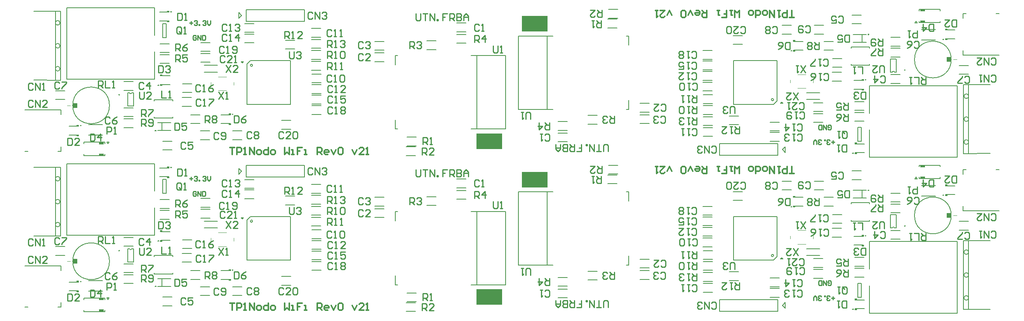
<source format=gto>
G04*
G04 #@! TF.GenerationSoftware,Altium Limited,Altium Designer,23.3.1 (30)*
G04*
G04 Layer_Color=65535*
%FSLAX25Y25*%
%MOIN*%
G70*
G04*
G04 #@! TF.SameCoordinates,1807A7FA-BBD2-43EF-8C31-EE1E2BFEB24F*
G04*
G04*
G04 #@! TF.FilePolarity,Positive*
G04*
G01*
G75*
%ADD51C,0.00500*%
%ADD52C,0.00787*%
%ADD53C,0.00400*%
%ADD54C,0.01000*%
%ADD55C,0.01200*%
%ADD56R,0.02000X0.01500*%
%ADD57R,0.03937X0.03937*%
%ADD58R,0.22146X0.13287*%
%ADD59R,0.04000X0.02000*%
D51*
X766986Y86614D02*
G03*
X766986Y86614I15748J0D01*
G01*
X644095Y52165D02*
G03*
X644095Y52165I984J0D01*
G01*
X749803Y75787D02*
G03*
X747835Y75787I-984J-222D01*
G01*
X809449Y55118D02*
G03*
X809449Y55118I1969J0D01*
G01*
Y15748D02*
G03*
X809449Y15748I1969J0D01*
G01*
Y35433D02*
G03*
X809449Y35433I1969J0D01*
G01*
X671224Y94675D02*
X663224D01*
X671224Y102175D02*
X663224D01*
X661693Y94051D02*
X661319Y94425D01*
X661693Y94051D02*
X660850D01*
X661224Y94425D02*
X660850Y94051D01*
X661319Y94425D02*
X661224D01*
X521555Y43898D02*
X519587D01*
X521555Y51772D02*
Y43898D01*
Y106890D02*
Y99016D01*
Y106890D02*
X519587D01*
X427067D02*
Y43898D01*
X456595D02*
X427067D01*
X451476Y106890D02*
Y43898D01*
X456595Y106890D02*
X427067D01*
X468961Y15935D02*
X460961D01*
X468961Y23435D02*
X460961D01*
X468961Y33277D02*
X460961D01*
X468961Y25778D02*
X460961D01*
X494551Y31191D02*
X486551D01*
X494551Y38691D02*
X486551D01*
X539335Y41526D02*
X531335D01*
X539335Y49026D02*
X531335D01*
X539335Y31683D02*
X531335D01*
X539335Y39183D02*
X531335D01*
X704197Y75600D02*
X696197D01*
X704197Y68100D02*
X696197D01*
X704689Y87411D02*
X696689D01*
X704689Y79912D02*
X696689D01*
X685612Y57972D02*
X674412D01*
X685612Y52264D02*
X674412D01*
X599744Y14350D02*
Y4350D01*
X649744D02*
X599744D01*
X649744Y14350D02*
X599744D01*
X649744D02*
Y4350D01*
X655994Y11850D02*
X653494Y9350D01*
X655994Y11850D02*
Y6850D01*
X653494Y9350D01*
X593272Y67234D02*
X585272D01*
X593272Y59734D02*
X585272D01*
X728445Y81693D02*
X712697D01*
X728445Y97441D02*
X712697D01*
X728445D02*
Y96457D01*
X712697Y97441D02*
Y96457D01*
X728445Y82677D02*
Y81693D01*
X712697Y82677D02*
Y81693D01*
X721421Y124813D02*
X713421D01*
X721421Y117313D02*
X713421D01*
X652953Y50197D02*
X651968Y49213D01*
X653937D02*
X651968D01*
X653937D02*
X652953Y50197D01*
X649016Y51181D02*
X646063Y48228D01*
X649016Y85630D02*
Y51181D01*
Y85630D02*
X611614D01*
Y48228D01*
X646063D02*
X611614D01*
X813252Y74006D02*
X805252D01*
X813252Y81506D02*
X805252D01*
X511776Y121368D02*
X503776D01*
X511776Y113868D02*
X503776D01*
X512268Y129734D02*
X504268D01*
X512268Y122234D02*
X504268D01*
X619354Y99597D02*
X611354D01*
X619354Y107097D02*
X611354D01*
X688449Y32667D02*
X680449D01*
X688449Y40167D02*
X680449D01*
X688449Y42018D02*
X680449D01*
X688449Y49518D02*
X680449D01*
X650850Y32785D02*
X642850D01*
X650850Y25285D02*
X642850D01*
X661382Y108455D02*
X653382D01*
X661382Y115955D02*
X653382D01*
X723095Y68711D02*
X715095D01*
X723095Y61211D02*
X715095D01*
X725000Y68961D02*
X724626Y69335D01*
X725468D02*
X724626D01*
X725468D02*
X725095Y68961D01*
X725000D01*
X725492Y108169D02*
X714272D01*
X725492Y101476D02*
X714272D01*
X721882Y107823D02*
Y101823D01*
X727382Y107823D02*
X726882Y108323D01*
X727882D02*
X726882D01*
X727882D02*
X727382Y107823D01*
X697307Y94675D02*
X689307D01*
X697307Y102175D02*
X689307D01*
X688941Y115955D02*
X680941D01*
X688941Y108455D02*
X680941D01*
X785035Y112276D02*
X773035D01*
X785035Y103276D02*
X773035D01*
X754689Y105620D02*
X746689D01*
X754689Y98120D02*
X746689D01*
X754689Y88770D02*
X746689D01*
X754689Y96270D02*
X746689D01*
X751378Y87205D02*
Y75788D01*
X746260Y87205D02*
Y75788D01*
X751378Y87205D02*
X746260D01*
X751378Y75788D02*
X749803D01*
X747834D02*
X746260D01*
X754591Y66132D02*
X746591D01*
X754591Y73632D02*
X746591D01*
X801638Y104518D02*
X793638D01*
X801638Y112018D02*
X793638D01*
X792106Y103894D02*
X791732Y104268D01*
X792106Y103894D02*
X791264D01*
X791638Y104268D02*
X791264Y103894D01*
X791732Y104268D02*
X791638D01*
X650850Y23927D02*
X642850D01*
X650850Y16427D02*
X642850D01*
X615811Y38199D02*
X607811D01*
X615811Y30699D02*
X607811D01*
X723587Y41152D02*
X715587D01*
X723587Y33652D02*
X715587D01*
X723587Y50502D02*
X715587D01*
X723587Y43002D02*
X715587D01*
X803543Y64173D02*
X728347D01*
X803543D02*
Y2756D01*
X728347D01*
Y26378D02*
Y2756D01*
Y64173D02*
Y40551D01*
X721382Y28343D02*
X718382D01*
X721382D02*
Y16343D01*
X718382D01*
Y28343D02*
Y16343D01*
X724079Y6585D02*
X716079D01*
X724079Y14085D02*
X716079D01*
X714547Y5961D02*
X714173Y6335D01*
X714547Y5961D02*
X713705D01*
X714079Y6335D02*
X713705Y5961D01*
X714173Y6335D02*
X714079D01*
X832087Y64933D02*
X809055Y64961D01*
Y5906D01*
X832087Y5933D02*
X809055Y5906D01*
X813386Y64961D02*
Y5906D01*
X788976Y118268D02*
X770866D01*
X788976Y129764D02*
X770866D01*
X788976Y119516D02*
Y118268D01*
Y129764D02*
Y128516D01*
X770866Y129764D02*
Y128516D01*
Y119516D02*
Y118268D01*
X769421Y118016D02*
X767421D01*
X768421Y119516D02*
X767421Y118016D01*
X769421D02*
X768421Y119516D01*
X839764Y90551D02*
X808662D01*
X839764Y125984D02*
X837008D01*
X811417D02*
X808662D01*
Y94488D02*
Y90551D01*
Y125984D02*
Y122047D01*
X593665Y30043D02*
X585665D01*
X593665Y37543D02*
X585665D01*
X593666Y56407D02*
X585666D01*
X593666Y48908D02*
X585666D01*
X593665Y46975D02*
X585665D01*
X593665Y39475D02*
X585665D01*
X593764Y28110D02*
X585764D01*
X593764Y20610D02*
X585764D01*
X593272Y68784D02*
X585272D01*
X593272Y76284D02*
X585272D01*
X593272Y86883D02*
X585272D01*
X593272Y94383D02*
X585272D01*
X593272Y77833D02*
X585272D01*
X593272Y85334D02*
X585272D01*
X766986Y220473D02*
G03*
X766986Y220473I15748J0D01*
G01*
X644095Y186024D02*
G03*
X644095Y186024I984J0D01*
G01*
X749803Y209646D02*
G03*
X747835Y209646I-984J-222D01*
G01*
X809449Y188977D02*
G03*
X809449Y188977I1969J0D01*
G01*
Y149606D02*
G03*
X809449Y149606I1969J0D01*
G01*
Y169291D02*
G03*
X809449Y169291I1969J0D01*
G01*
X671224Y228533D02*
X663224D01*
X671224Y236033D02*
X663224D01*
X661693Y227909D02*
X661319Y228283D01*
X661693Y227909D02*
X660850D01*
X661224Y228283D02*
X660850Y227909D01*
X661319Y228283D02*
X661224D01*
X521555Y177756D02*
X519587D01*
X521555Y185630D02*
Y177756D01*
Y240748D02*
Y232874D01*
Y240748D02*
X519587D01*
X427067D02*
Y177756D01*
X456595D02*
X427067D01*
X451476Y240748D02*
Y177756D01*
X456595Y240748D02*
X427067D01*
X468961Y149793D02*
X460961D01*
X468961Y157293D02*
X460961D01*
X468961Y167136D02*
X460961D01*
X468961Y159636D02*
X460961D01*
X494551Y165049D02*
X486551D01*
X494551Y172549D02*
X486551D01*
X539335Y175384D02*
X531335D01*
X539335Y182884D02*
X531335D01*
X539335Y165541D02*
X531335D01*
X539335Y173041D02*
X531335D01*
X704197Y209459D02*
X696197D01*
X704197Y201959D02*
X696197D01*
X704689Y221270D02*
X696689D01*
X704689Y213770D02*
X696689D01*
X685612Y191831D02*
X674412D01*
X685612Y186122D02*
X674412D01*
X599744Y148209D02*
Y138209D01*
X649744D02*
X599744D01*
X649744Y148209D02*
X599744D01*
X649744D02*
Y138209D01*
X655994Y145709D02*
X653494Y143209D01*
X655994Y145709D02*
Y140709D01*
X653494Y143209D01*
X593272Y201093D02*
X585272D01*
X593272Y193593D02*
X585272D01*
X728445Y215551D02*
X712697D01*
X728445Y231299D02*
X712697D01*
X728445D02*
Y230315D01*
X712697Y231299D02*
Y230315D01*
X728445Y216536D02*
Y215551D01*
X712697Y216536D02*
Y215551D01*
X721421Y258671D02*
X713421D01*
X721421Y251171D02*
X713421D01*
X652953Y184055D02*
X651968Y183071D01*
X653937D02*
X651968D01*
X653937D02*
X652953Y184055D01*
X649016Y185039D02*
X646063Y182087D01*
X649016Y219488D02*
Y185039D01*
Y219488D02*
X611614D01*
Y182087D01*
X646063D02*
X611614D01*
X813252Y207864D02*
X805252D01*
X813252Y215364D02*
X805252D01*
X511776Y255226D02*
X503776D01*
X511776Y247726D02*
X503776D01*
X512268Y263593D02*
X504268D01*
X512268Y256093D02*
X504268D01*
X619354Y233455D02*
X611354D01*
X619354Y240955D02*
X611354D01*
X688449Y166526D02*
X680449D01*
X688449Y174026D02*
X680449D01*
X688449Y175876D02*
X680449D01*
X688449Y183376D02*
X680449D01*
X650850Y166644D02*
X642850D01*
X650850Y159144D02*
X642850D01*
X661382Y242313D02*
X653382D01*
X661382Y249813D02*
X653382D01*
X723095Y202569D02*
X715095D01*
X723095Y195069D02*
X715095D01*
X725000Y202819D02*
X724626Y203193D01*
X725468D02*
X724626D01*
X725468D02*
X725095Y202819D01*
X725000D01*
X725492Y242028D02*
X714272D01*
X725492Y235335D02*
X714272D01*
X721882Y241681D02*
Y235681D01*
X727382Y241681D02*
X726882Y242181D01*
X727882D02*
X726882D01*
X727882D02*
X727382Y241681D01*
X697307Y228534D02*
X689307D01*
X697307Y236034D02*
X689307D01*
X688941Y249813D02*
X680941D01*
X688941Y242313D02*
X680941D01*
X785035Y246134D02*
X773035D01*
X785035Y237134D02*
X773035D01*
X754689Y239478D02*
X746689D01*
X754689Y231978D02*
X746689D01*
X754689Y222628D02*
X746689D01*
X754689Y230128D02*
X746689D01*
X751378Y221063D02*
Y209646D01*
X746260Y221063D02*
Y209646D01*
X751378Y221063D02*
X746260D01*
X751378Y209646D02*
X749803D01*
X747834D02*
X746260D01*
X754591Y199990D02*
X746591D01*
X754591Y207490D02*
X746591D01*
X801638Y238376D02*
X793638D01*
X801638Y245876D02*
X793638D01*
X792106Y237752D02*
X791732Y238126D01*
X792106Y237752D02*
X791264D01*
X791638Y238126D02*
X791264Y237752D01*
X791732Y238126D02*
X791638D01*
X650850Y157785D02*
X642850D01*
X650850Y150285D02*
X642850D01*
X615811Y172057D02*
X607811D01*
X615811Y164557D02*
X607811D01*
X723587Y175010D02*
X715587D01*
X723587Y167510D02*
X715587D01*
X723587Y184360D02*
X715587D01*
X723587Y176860D02*
X715587D01*
X803543Y198032D02*
X728347D01*
X803543D02*
Y136614D01*
X728347D01*
Y160236D02*
Y136614D01*
Y198032D02*
Y174410D01*
X721382Y162201D02*
X718382D01*
X721382D02*
Y150201D01*
X718382D01*
Y162201D02*
Y150201D01*
X724079Y140443D02*
X716079D01*
X724079Y147943D02*
X716079D01*
X714547Y139819D02*
X714173Y140193D01*
X714547Y139819D02*
X713705D01*
X714079Y140193D02*
X713705Y139819D01*
X714173Y140193D02*
X714079D01*
X832087Y198792D02*
X809055Y198819D01*
Y139764D01*
X832087Y139792D02*
X809055Y139764D01*
X813386Y198819D02*
Y139764D01*
X788976Y252126D02*
X770866D01*
X788976Y263622D02*
X770866D01*
X788976Y253374D02*
Y252126D01*
Y263622D02*
Y262374D01*
X770866Y263622D02*
Y262374D01*
Y253374D02*
Y252126D01*
X769421Y251874D02*
X767421D01*
X768421Y253374D02*
X767421Y251874D01*
X769421D02*
X768421Y253374D01*
X839764Y224409D02*
X808662D01*
X839764Y259843D02*
X837008D01*
X811417D02*
X808662D01*
Y228346D02*
Y224409D01*
Y259843D02*
Y255906D01*
X593665Y163901D02*
X585665D01*
X593665Y171401D02*
X585665D01*
X593666Y190266D02*
X585666D01*
X593666Y182766D02*
X585666D01*
X593665Y180833D02*
X585665D01*
X593665Y173333D02*
X585665D01*
X593764Y161969D02*
X585764D01*
X593764Y154469D02*
X585764D01*
X593272Y202642D02*
X585272D01*
X593272Y210142D02*
X585272D01*
X593272Y220741D02*
X585272D01*
X593272Y228241D02*
X585272D01*
X593272Y211692D02*
X585272D01*
X593272Y219192D02*
X585272D01*
X75927Y47244D02*
G03*
X75927Y47244I-15748J0D01*
G01*
X198819Y81693D02*
G03*
X198819Y81693I-984J0D01*
G01*
X93110Y58071D02*
G03*
X95079Y58071I984J222D01*
G01*
X33465Y78740D02*
G03*
X33465Y78740I-1969J0D01*
G01*
Y118110D02*
G03*
X33465Y118110I-1969J0D01*
G01*
Y98425D02*
G03*
X33465Y98425I-1969J0D01*
G01*
X171689Y39183D02*
X179689D01*
X171689Y31683D02*
X179689D01*
X181220Y39807D02*
X181594Y39433D01*
X181220Y39807D02*
X182063D01*
X181689Y39433D02*
X182063Y39807D01*
X181594Y39433D02*
X181689D01*
X321358Y89961D02*
X323327D01*
X321358Y82087D02*
Y89961D01*
Y26969D02*
Y34843D01*
Y26969D02*
X323327D01*
X415846D02*
Y89961D01*
X386319D02*
X415846D01*
X391437Y26969D02*
Y89961D01*
X386319Y26969D02*
X415846D01*
X373953Y117923D02*
X381953D01*
X373953Y110423D02*
X381953D01*
X373953Y100581D02*
X381953D01*
X373953Y108081D02*
X381953D01*
X348362Y102667D02*
X356362D01*
X348362Y95167D02*
X356362D01*
X303579Y92333D02*
X311579D01*
X303579Y84833D02*
X311579D01*
X303579Y102175D02*
X311579D01*
X303579Y94675D02*
X311579D01*
X138716Y58258D02*
X146716D01*
X138716Y65758D02*
X146716D01*
X138224Y46447D02*
X146224D01*
X138224Y53947D02*
X146224D01*
X157301Y75886D02*
X168501D01*
X157301Y81595D02*
X168501D01*
X243169Y119508D02*
Y129508D01*
X193169D02*
X243169D01*
X193169Y119508D02*
X243169D01*
X193169D02*
Y129508D01*
X186919Y122008D02*
X189419Y124508D01*
X186919Y122008D02*
Y127008D01*
X189419Y124508D01*
X249642Y66624D02*
X257642D01*
X249642Y74124D02*
X257642D01*
X114468Y52165D02*
X130216D01*
X114468Y36417D02*
X130216D01*
X114468D02*
Y37402D01*
X130216Y36417D02*
Y37402D01*
X114468Y51181D02*
Y52165D01*
X130216Y51181D02*
Y52165D01*
X121492Y9045D02*
X129492D01*
X121492Y16545D02*
X129492D01*
X189961Y83661D02*
X190945Y84646D01*
X188976D02*
X190945D01*
X188976D02*
X189961Y83661D01*
X193898Y82677D02*
X196850Y85630D01*
X193898Y48228D02*
Y82677D01*
Y48228D02*
X231299D01*
Y85630D01*
X196850D02*
X231299D01*
X29661Y59852D02*
X37661D01*
X29661Y52352D02*
X37661D01*
X331138Y12490D02*
X339138D01*
X331138Y19990D02*
X339138D01*
X330646Y4124D02*
X338646D01*
X330646Y11624D02*
X338646D01*
X223559Y34262D02*
X231559D01*
X223559Y26762D02*
X231559D01*
X154464Y101191D02*
X162464D01*
X154464Y93691D02*
X162464D01*
X154464Y91840D02*
X162464D01*
X154464Y84341D02*
X162464D01*
X192063Y101073D02*
X200063D01*
X192063Y108573D02*
X200063D01*
X181532Y25403D02*
X189532D01*
X181532Y17903D02*
X189532D01*
X119819Y65148D02*
X127819D01*
X119819Y72648D02*
X127819D01*
X117913Y64898D02*
X118288Y64524D01*
X117445D02*
X118288D01*
X117445D02*
X117819Y64898D01*
X117913D01*
X117421Y25689D02*
X128642D01*
X117421Y32382D02*
X128642D01*
X121031Y26035D02*
Y32035D01*
X115532Y26035D02*
X116032Y25535D01*
X115032D02*
X116032D01*
X115032D02*
X115532Y26035D01*
X145606Y39183D02*
X153606D01*
X145606Y31683D02*
X153606D01*
X153972Y17903D02*
X161972D01*
X153972Y25403D02*
X161972D01*
X57878Y21583D02*
X69878D01*
X57878Y30583D02*
X69878D01*
X88225Y28238D02*
X96225D01*
X88225Y35738D02*
X96225D01*
X88224Y45089D02*
X96224D01*
X88224Y37589D02*
X96224D01*
X91536Y46654D02*
Y58071D01*
X96654Y46654D02*
Y58071D01*
X91536Y46654D02*
X96654D01*
X91536Y58071D02*
X93110D01*
X95079D02*
X96654D01*
X88323Y67726D02*
X96323D01*
X88323Y60226D02*
X96323D01*
X41276Y29340D02*
X49276D01*
X41276Y21840D02*
X49276D01*
X50807Y29965D02*
X51181Y29590D01*
X50807Y29965D02*
X51650D01*
X51276Y29590D02*
X51650Y29965D01*
X51181Y29590D02*
X51276D01*
X192063Y109931D02*
X200063D01*
X192063Y117431D02*
X200063D01*
X227102Y95659D02*
X235102D01*
X227102Y103159D02*
X235102D01*
X119327Y92707D02*
X127327D01*
X119327Y100207D02*
X127327D01*
X119327Y83356D02*
X127327D01*
X119327Y90856D02*
X127327D01*
X39370Y69685D02*
X114567D01*
X39370D02*
Y131102D01*
X114567D01*
Y107480D02*
Y131102D01*
Y69685D02*
Y93307D01*
X121531Y105516D02*
X124531D01*
X121531D02*
Y117516D01*
X124531D01*
Y105516D02*
Y117516D01*
X118834Y127274D02*
X126834D01*
X118834Y119774D02*
X126834D01*
X128366Y127898D02*
X128740Y127524D01*
X128366Y127898D02*
X129209D01*
X128834Y127524D02*
X129209Y127898D01*
X128740Y127524D02*
X128834D01*
X10827Y68925D02*
X33858Y68898D01*
Y127953D01*
X10827Y127925D02*
X33858Y127953D01*
X29528Y68898D02*
Y127953D01*
X53937Y15590D02*
X72047D01*
X53937Y4094D02*
X72047D01*
X53937Y14343D02*
Y15590D01*
Y4094D02*
Y5342D01*
X72047Y4094D02*
Y5342D01*
Y14343D02*
Y15590D01*
X73492Y15843D02*
X75492D01*
X74492Y14343D02*
X75492Y15843D01*
X73492D02*
X74492Y14343D01*
X3150Y43307D02*
X34252D01*
X3150Y7874D02*
X5905D01*
X31496D02*
X34252D01*
Y39370D02*
Y43307D01*
Y7874D02*
Y11811D01*
X249248Y103816D02*
X257248D01*
X249248Y96316D02*
X257248D01*
X249248Y77451D02*
X257248D01*
X249248Y84951D02*
X257248D01*
X249248Y86883D02*
X257248D01*
X249248Y94383D02*
X257248D01*
X249150Y105748D02*
X257150D01*
X249150Y113248D02*
X257150D01*
X249642Y65074D02*
X257642D01*
X249642Y57574D02*
X257642D01*
X249642Y46975D02*
X257642D01*
X249642Y39475D02*
X257642D01*
X249642Y56025D02*
X257642D01*
X249642Y48525D02*
X257642D01*
X75927Y181102D02*
G03*
X75927Y181102I-15748J0D01*
G01*
X198819Y215551D02*
G03*
X198819Y215551I-984J0D01*
G01*
X93110Y191929D02*
G03*
X95079Y191929I984J222D01*
G01*
X33465Y212598D02*
G03*
X33465Y212598I-1969J0D01*
G01*
Y251968D02*
G03*
X33465Y251968I-1969J0D01*
G01*
Y232283D02*
G03*
X33465Y232283I-1969J0D01*
G01*
X171689Y173041D02*
X179689D01*
X171689Y165541D02*
X179689D01*
X181220Y173665D02*
X181594Y173291D01*
X181220Y173665D02*
X182063D01*
X181689Y173291D02*
X182063Y173665D01*
X181594Y173291D02*
X181689D01*
X321358Y223819D02*
X323327D01*
X321358Y215945D02*
Y223819D01*
Y160827D02*
Y168701D01*
Y160827D02*
X323327D01*
X415846D02*
Y223819D01*
X386319D02*
X415846D01*
X391437Y160827D02*
Y223819D01*
X386319Y160827D02*
X415846D01*
X373953Y251782D02*
X381953D01*
X373953Y244282D02*
X381953D01*
X373953Y234439D02*
X381953D01*
X373953Y241939D02*
X381953D01*
X348362Y236526D02*
X356362D01*
X348362Y229026D02*
X356362D01*
X303579Y226191D02*
X311579D01*
X303579Y218691D02*
X311579D01*
X303579Y236034D02*
X311579D01*
X303579Y228534D02*
X311579D01*
X138716Y192116D02*
X146716D01*
X138716Y199616D02*
X146716D01*
X138224Y180305D02*
X146224D01*
X138224Y187805D02*
X146224D01*
X157301Y209744D02*
X168501D01*
X157301Y215453D02*
X168501D01*
X243169Y253366D02*
Y263366D01*
X193169D02*
X243169D01*
X193169Y253366D02*
X243169D01*
X193169D02*
Y263366D01*
X186919Y255866D02*
X189419Y258366D01*
X186919Y255866D02*
Y260866D01*
X189419Y258366D01*
X249642Y200482D02*
X257642D01*
X249642Y207982D02*
X257642D01*
X114468Y186024D02*
X130216D01*
X114468Y170276D02*
X130216D01*
X114468D02*
Y171260D01*
X130216Y170276D02*
Y171260D01*
X114468Y185039D02*
Y186024D01*
X130216Y185039D02*
Y186024D01*
X121492Y142903D02*
X129492D01*
X121492Y150403D02*
X129492D01*
X189961Y217520D02*
X190945Y218504D01*
X188976D02*
X190945D01*
X188976D02*
X189961Y217520D01*
X193898Y216535D02*
X196850Y219488D01*
X193898Y182087D02*
Y216535D01*
Y182087D02*
X231299D01*
Y219488D01*
X196850D02*
X231299D01*
X29661Y193711D02*
X37661D01*
X29661Y186211D02*
X37661D01*
X331138Y146349D02*
X339138D01*
X331138Y153849D02*
X339138D01*
X330646Y137982D02*
X338646D01*
X330646Y145482D02*
X338646D01*
X223559Y168120D02*
X231559D01*
X223559Y160620D02*
X231559D01*
X154464Y235049D02*
X162464D01*
X154464Y227549D02*
X162464D01*
X154464Y225699D02*
X162464D01*
X154464Y218199D02*
X162464D01*
X192063Y234931D02*
X200063D01*
X192063Y242431D02*
X200063D01*
X181532Y159262D02*
X189532D01*
X181532Y151762D02*
X189532D01*
X119819Y199006D02*
X127819D01*
X119819Y206506D02*
X127819D01*
X117913Y198756D02*
X118288Y198382D01*
X117445D02*
X118288D01*
X117445D02*
X117819Y198756D01*
X117913D01*
X117421Y159547D02*
X128642D01*
X117421Y166240D02*
X128642D01*
X121031Y159894D02*
Y165894D01*
X115532Y159894D02*
X116032Y159394D01*
X115032D02*
X116032D01*
X115032D02*
X115532Y159894D01*
X145606Y173041D02*
X153606D01*
X145606Y165541D02*
X153606D01*
X153972Y151762D02*
X161972D01*
X153972Y159262D02*
X161972D01*
X57878Y155441D02*
X69878D01*
X57878Y164441D02*
X69878D01*
X88225Y162097D02*
X96225D01*
X88225Y169597D02*
X96225D01*
X88224Y178947D02*
X96224D01*
X88224Y171447D02*
X96224D01*
X91536Y180512D02*
Y191929D01*
X96654Y180512D02*
Y191929D01*
X91536Y180512D02*
X96654D01*
X91536Y191929D02*
X93110D01*
X95079D02*
X96654D01*
X88323Y201585D02*
X96323D01*
X88323Y194085D02*
X96323D01*
X41276Y163199D02*
X49276D01*
X41276Y155699D02*
X49276D01*
X50807Y163823D02*
X51181Y163449D01*
X50807Y163823D02*
X51650D01*
X51276Y163449D02*
X51650Y163823D01*
X51181Y163449D02*
X51276D01*
X192063Y243789D02*
X200063D01*
X192063Y251289D02*
X200063D01*
X227102Y229518D02*
X235102D01*
X227102Y237018D02*
X235102D01*
X119327Y226565D02*
X127327D01*
X119327Y234065D02*
X127327D01*
X119327Y217214D02*
X127327D01*
X119327Y224714D02*
X127327D01*
X39370Y203543D02*
X114567D01*
X39370D02*
Y264961D01*
X114567D01*
Y241338D02*
Y264961D01*
Y203543D02*
Y227165D01*
X121531Y239374D02*
X124531D01*
X121531D02*
Y251374D01*
X124531D01*
Y239374D02*
Y251374D01*
X118834Y261132D02*
X126834D01*
X118834Y253632D02*
X126834D01*
X128366Y261756D02*
X128740Y261382D01*
X128366Y261756D02*
X129209D01*
X128834Y261382D02*
X129209Y261756D01*
X128740Y261382D02*
X128834D01*
X10827Y202783D02*
X33858Y202756D01*
Y261811D01*
X10827Y261783D02*
X33858Y261811D01*
X29528Y202756D02*
Y261811D01*
X53937Y149449D02*
X72047D01*
X53937Y137953D02*
X72047D01*
X53937Y148201D02*
Y149449D01*
Y137953D02*
Y139201D01*
X72047Y137953D02*
Y139201D01*
Y148201D02*
Y149449D01*
X73492Y149701D02*
X75492D01*
X74492Y148201D02*
X75492Y149701D01*
X73492D02*
X74492Y148201D01*
X3150Y177165D02*
X34252D01*
X3150Y141732D02*
X5905D01*
X31496D02*
X34252D01*
Y173228D02*
Y177165D01*
Y141732D02*
Y145669D01*
X249248Y237674D02*
X257248D01*
X249248Y230174D02*
X257248D01*
X249248Y211309D02*
X257248D01*
X249248Y218809D02*
X257248D01*
X249248Y220742D02*
X257248D01*
X249248Y228241D02*
X257248D01*
X249150Y239606D02*
X257150D01*
X249150Y247106D02*
X257150D01*
X249642Y198933D02*
X257642D01*
X249642Y191433D02*
X257642D01*
X249642Y180833D02*
X257642D01*
X249642Y173333D02*
X257642D01*
X249642Y189883D02*
X257642D01*
X249642Y182383D02*
X257642D01*
D52*
X758268Y77559D02*
G03*
X758268Y77559I394J0D01*
G01*
Y211417D02*
G03*
X758268Y211417I394J0D01*
G01*
X84646Y56299D02*
G03*
X84646Y56299I-394J0D01*
G01*
Y190157D02*
G03*
X84646Y190157I-394J0D01*
G01*
D53*
X803403Y86614D02*
X800451D01*
X680020Y69095D02*
Y66732D01*
X660335Y69095D02*
Y66732D01*
X673721Y73819D02*
X666634D01*
X673721Y62008D02*
X666634D01*
X803403Y220472D02*
X800451D01*
X680020Y202953D02*
Y200591D01*
X660335Y202953D02*
Y200591D01*
X673721Y207677D02*
X666634D01*
X673721Y195866D02*
X666634D01*
X39510Y47244D02*
X42463D01*
X162894Y64764D02*
Y67126D01*
X182579Y64764D02*
Y67126D01*
X169193Y60039D02*
X176279D01*
X169193Y71850D02*
X176279D01*
X39510Y181102D02*
X42463D01*
X162894Y198622D02*
Y200984D01*
X182579Y198622D02*
Y200984D01*
X169193Y193898D02*
X176279D01*
X169193Y205709D02*
X176279D01*
D54*
X503823Y7766D02*
Y12764D01*
X502823Y13764D01*
X500824D01*
X499824Y12764D01*
Y7766D01*
X497825D02*
X493826D01*
X495825D01*
Y13764D01*
X491827D02*
Y7766D01*
X487828Y13764D01*
Y7766D01*
X485829Y13764D02*
Y12764D01*
X484829D01*
Y13764D01*
X485829D01*
X476832Y7766D02*
X480830D01*
Y10765D01*
X478831D01*
X480830D01*
Y13764D01*
X474832D02*
Y7766D01*
X471833D01*
X470833Y8765D01*
Y10765D01*
X471833Y11764D01*
X474832D01*
X472833D02*
X470833Y13764D01*
X468834Y7766D02*
Y13764D01*
X465835D01*
X464836Y12764D01*
Y11764D01*
X465835Y10765D01*
X468834D01*
X465835D01*
X464836Y9765D01*
Y8765D01*
X465835Y7766D01*
X468834D01*
X462836Y13764D02*
Y9765D01*
X460837Y7766D01*
X458837Y9765D01*
Y13764D01*
Y10765D01*
X462836D01*
X698213Y15701D02*
X695547D01*
X696880Y14368D02*
Y17034D01*
X694214Y14368D02*
X693547Y13702D01*
X692214D01*
X691548Y14368D01*
Y15035D01*
X692214Y15701D01*
X692881D01*
X692214D01*
X691548Y16368D01*
Y17034D01*
X692214Y17701D01*
X693547D01*
X694214Y17034D01*
X690215Y17701D02*
Y17034D01*
X689549D01*
Y17701D01*
X690215D01*
X686883Y14368D02*
X686216Y13702D01*
X684884D01*
X684217Y14368D01*
Y15035D01*
X684884Y15701D01*
X685550D01*
X684884D01*
X684217Y16368D01*
Y17034D01*
X684884Y17701D01*
X686216D01*
X686883Y17034D01*
X682884Y13702D02*
Y16368D01*
X681551Y17701D01*
X680218Y16368D01*
Y13702D01*
X692594Y27164D02*
X693260Y26497D01*
X694593D01*
X695260Y27164D01*
Y29830D01*
X694593Y30496D01*
X693260D01*
X692594Y29830D01*
Y28497D01*
X693927D01*
X691261Y30496D02*
Y26497D01*
X688595Y30496D01*
Y26497D01*
X687262D02*
Y30496D01*
X685263D01*
X684597Y29830D01*
Y27164D01*
X685263Y26497D01*
X687262D01*
X673192Y75249D02*
X669193Y81247D01*
Y75249D02*
X673192Y81247D01*
X667194D02*
X665194D01*
X666194D01*
Y75249D01*
X667194Y76249D01*
X722404Y74265D02*
Y80263D01*
X718405D01*
X716406D02*
X714407D01*
X715407D01*
Y74265D01*
X716406Y75264D01*
X739644Y96011D02*
Y90013D01*
X736645D01*
X735645Y91013D01*
Y93012D01*
X736645Y94011D01*
X739644D01*
X737645D02*
X735645Y96011D01*
X733646Y90013D02*
X729647D01*
Y91013D01*
X733646Y95011D01*
Y96011D01*
X437463Y35387D02*
Y40385D01*
X436464Y41385D01*
X434464D01*
X433465Y40385D01*
Y35387D01*
X431465Y41385D02*
X429466D01*
X430466D01*
Y35387D01*
X431465Y36386D01*
X766649Y97410D02*
X767649Y96410D01*
X769648D01*
X770648Y97410D01*
Y101409D01*
X769648Y102409D01*
X767649D01*
X766649Y101409D01*
X760651Y96410D02*
X762651Y97410D01*
X764650Y99410D01*
Y101409D01*
X763650Y102409D01*
X761651D01*
X760651Y101409D01*
Y100409D01*
X761651Y99410D01*
X764650D01*
X616651Y29082D02*
Y23084D01*
X613652D01*
X612652Y24083D01*
Y26083D01*
X613652Y27082D01*
X616651D01*
X614652D02*
X612652Y29082D01*
X610653D02*
X608654D01*
X609653D01*
Y23084D01*
X610653Y24083D01*
X601656Y29082D02*
X605655D01*
X601656Y25083D01*
Y24083D01*
X602656Y23084D01*
X604655D01*
X605655Y24083D01*
X710116Y39908D02*
Y33910D01*
X707118D01*
X706118Y34910D01*
Y36909D01*
X707118Y37909D01*
X710116D01*
X708117D02*
X706118Y39908D01*
X700120Y33910D02*
X702119Y34910D01*
X704118Y36909D01*
Y38909D01*
X703119Y39908D01*
X701119D01*
X700120Y38909D01*
Y37909D01*
X701119Y36909D01*
X704118D01*
X711101Y101824D02*
Y107822D01*
X708102D01*
X707102Y106822D01*
Y102823D01*
X708102Y101824D01*
X711101D01*
X701104D02*
X705103D01*
Y104823D01*
X703103Y103823D01*
X702104D01*
X701104Y104823D01*
Y106822D01*
X702104Y107822D01*
X704103D01*
X705103Y106822D01*
X666809Y52119D02*
X662811Y58117D01*
Y52119D02*
X666809Y58117D01*
X656813D02*
X660811D01*
X656813Y54118D01*
Y53119D01*
X657812Y52119D01*
X659812D01*
X660811Y53119D01*
X612676Y40308D02*
Y45306D01*
X611676Y46306D01*
X609677D01*
X608677Y45306D01*
Y40308D01*
X606677Y41308D02*
X605678Y40308D01*
X603679D01*
X602679Y41308D01*
Y42307D01*
X603679Y43307D01*
X604678D01*
X603679D01*
X602679Y44307D01*
Y45306D01*
X603679Y46306D01*
X605678D01*
X606677Y45306D01*
X741120Y75249D02*
Y80247D01*
X740121Y81247D01*
X738121D01*
X737122Y80247D01*
Y75249D01*
X731124Y81247D02*
X735122D01*
X731124Y77248D01*
Y76249D01*
X732123Y75249D01*
X734123D01*
X735122Y76249D01*
X776584Y71404D02*
Y65407D01*
X773585D01*
X772586Y66406D01*
Y68405D01*
X773585Y69405D01*
X776584D01*
X774585D02*
X772586Y71404D01*
X770586Y65407D02*
Y71404D01*
X766588D01*
X764588D02*
X762589D01*
X763589D01*
Y65407D01*
X764588Y66406D01*
X579913Y36758D02*
Y30760D01*
X576914D01*
X575915Y31760D01*
Y33759D01*
X576914Y34759D01*
X579913D01*
X577914D02*
X575915Y36758D01*
X573915D02*
X571916D01*
X572916D01*
Y30760D01*
X573915Y31760D01*
X568917D02*
X567917Y30760D01*
X565918D01*
X564918Y31760D01*
Y32760D01*
X565918Y33759D01*
X566918D01*
X565918D01*
X564918Y34759D01*
Y35759D01*
X565918Y36758D01*
X567917D01*
X568917Y35759D01*
X579913Y55658D02*
Y49660D01*
X576914D01*
X575915Y50660D01*
Y52659D01*
X576914Y53659D01*
X579913D01*
X577914D02*
X575915Y55658D01*
X573915D02*
X571916D01*
X572916D01*
Y49660D01*
X573915Y50660D01*
X568917Y55658D02*
X566918D01*
X567917D01*
Y49660D01*
X568917Y50660D01*
X579913Y46258D02*
Y40260D01*
X576914D01*
X575915Y41260D01*
Y43259D01*
X576914Y44259D01*
X579913D01*
X577914D02*
X575915Y46258D01*
X573915D02*
X571916D01*
X572916D01*
Y40260D01*
X573915Y41260D01*
X568917D02*
X567917Y40260D01*
X565918D01*
X564918Y41260D01*
Y45259D01*
X565918Y46258D01*
X567917D01*
X568917Y45259D01*
Y41260D01*
X739644Y104377D02*
Y98379D01*
X736645D01*
X735645Y99379D01*
Y101378D01*
X736645Y102378D01*
X739644D01*
X737645D02*
X735645Y104377D01*
X733646Y103377D02*
X732646Y104377D01*
X730647D01*
X729647Y103377D01*
Y99379D01*
X730647Y98379D01*
X732646D01*
X733646Y99379D01*
Y100378D01*
X732646Y101378D01*
X729647D01*
X685018Y101424D02*
Y95426D01*
X682019D01*
X681019Y96426D01*
Y98425D01*
X682019Y99425D01*
X685018D01*
X683019D02*
X681019Y101424D01*
X679020Y96426D02*
X678020Y95426D01*
X676021D01*
X675021Y96426D01*
Y97426D01*
X676021Y98425D01*
X675021Y99425D01*
Y100425D01*
X676021Y101424D01*
X678020D01*
X679020Y100425D01*
Y99425D01*
X678020Y98425D01*
X679020Y97426D01*
Y96426D01*
X678020Y98425D02*
X676021D01*
X710116Y49259D02*
Y43261D01*
X707118D01*
X706118Y44260D01*
Y46260D01*
X707118Y47260D01*
X710116D01*
X708117D02*
X706118Y49259D01*
X700120Y43261D02*
X704118D01*
Y46260D01*
X702119Y45260D01*
X701119D01*
X700120Y46260D01*
Y48259D01*
X701119Y49259D01*
X703119D01*
X704118Y48259D01*
X453719Y32527D02*
Y26528D01*
X450720D01*
X449720Y27528D01*
Y29528D01*
X450720Y30527D01*
X453719D01*
X451720D02*
X449720Y32527D01*
X444722D02*
Y26528D01*
X447721Y29528D01*
X443722D01*
X509329Y37940D02*
Y31942D01*
X506330D01*
X505330Y32942D01*
Y34941D01*
X506330Y35941D01*
X509329D01*
X507330D02*
X505330Y37940D01*
X503331Y32942D02*
X502331Y31942D01*
X500332D01*
X499332Y32942D01*
Y33941D01*
X500332Y34941D01*
X501332D01*
X500332D01*
X499332Y35941D01*
Y36940D01*
X500332Y37940D01*
X502331D01*
X503331Y36940D01*
X498502Y128983D02*
Y122985D01*
X495503D01*
X494504Y123985D01*
Y125984D01*
X495503Y126984D01*
X498502D01*
X496503D02*
X494504Y128983D01*
X488506D02*
X492504D01*
X488506Y124985D01*
Y123985D01*
X489505Y122985D01*
X491505D01*
X492504Y123985D01*
X497995Y120125D02*
Y114127D01*
X494996D01*
X493996Y115127D01*
Y117126D01*
X494996Y118126D01*
X497995D01*
X495995D02*
X493996Y120125D01*
X491997D02*
X489997D01*
X490997D01*
Y114127D01*
X491997Y115127D01*
X705118Y24145D02*
Y20146D01*
X706118Y19147D01*
X708117D01*
X709117Y20146D01*
Y24145D01*
X708117Y25145D01*
X706118D01*
X707118Y23145D02*
X705118Y25145D01*
X706118D02*
X705118Y24145D01*
X703119Y25145D02*
X701119D01*
X702119D01*
Y19147D01*
X703119Y20146D01*
X769156Y111267D02*
Y105269D01*
X766157D01*
X765158Y106268D01*
Y108268D01*
X766157Y109267D01*
X769156D01*
X763158Y111267D02*
X761159D01*
X762158D01*
Y105269D01*
X763158Y106268D01*
X659920Y95426D02*
Y101424D01*
X656921D01*
X655921Y100425D01*
Y96426D01*
X656921Y95426D01*
X659920D01*
X649923D02*
X651922Y96426D01*
X653922Y98425D01*
Y100425D01*
X652922Y101424D01*
X650923D01*
X649923Y100425D01*
Y99425D01*
X650923Y98425D01*
X653922D01*
X783443Y111174D02*
Y117172D01*
X780444D01*
X779445Y116173D01*
Y112174D01*
X780444Y111174D01*
X783443D01*
X774446Y117172D02*
Y111174D01*
X777445Y114173D01*
X773447D01*
X724880Y52611D02*
Y58609D01*
X721881D01*
X720882Y57610D01*
Y53611D01*
X721881Y52611D01*
X724880D01*
X718882Y53611D02*
X717882Y52611D01*
X715883D01*
X714884Y53611D01*
Y54611D01*
X715883Y55610D01*
X716883D01*
X715883D01*
X714884Y56610D01*
Y57610D01*
X715883Y58609D01*
X717882D01*
X718882Y57610D01*
X802833Y114619D02*
Y120617D01*
X799834D01*
X798834Y119617D01*
Y115619D01*
X799834Y114619D01*
X802833D01*
X792836Y120617D02*
X796835D01*
X792836Y116618D01*
Y115619D01*
X793836Y114619D01*
X795835D01*
X796835Y115619D01*
X708625Y7336D02*
Y13334D01*
X705626D01*
X704626Y12334D01*
Y8335D01*
X705626Y7336D01*
X708625D01*
X702627Y13334D02*
X700627D01*
X701627D01*
Y7336D01*
X702627Y8335D01*
X592515Y7360D02*
X593514Y6360D01*
X595514D01*
X596513Y7360D01*
Y11359D01*
X595514Y12358D01*
X593514D01*
X592515Y11359D01*
X590515Y12358D02*
Y6360D01*
X586517Y12358D01*
Y6360D01*
X584517Y7360D02*
X583518Y6360D01*
X581518D01*
X580519Y7360D01*
Y8360D01*
X581518Y9359D01*
X582518D01*
X581518D01*
X580519Y10359D01*
Y11359D01*
X581518Y12358D01*
X583518D01*
X584517Y11359D01*
X832640Y83139D02*
X833640Y82139D01*
X835639D01*
X836639Y83139D01*
Y87137D01*
X835639Y88137D01*
X833640D01*
X832640Y87137D01*
X830641Y88137D02*
Y82139D01*
X826642Y88137D01*
Y82139D01*
X820644Y88137D02*
X824643D01*
X820644Y84138D01*
Y83139D01*
X821644Y82139D01*
X823643D01*
X824643Y83139D01*
X832625Y68375D02*
X833625Y67375D01*
X835624D01*
X836624Y68375D01*
Y72373D01*
X835624Y73373D01*
X833625D01*
X832625Y72373D01*
X830626Y73373D02*
Y67375D01*
X826627Y73373D01*
Y67375D01*
X824628Y73373D02*
X822628D01*
X823628D01*
Y67375D01*
X824628Y68375D01*
X667960Y44753D02*
X668959Y43753D01*
X670959D01*
X671958Y44753D01*
Y48751D01*
X670959Y49751D01*
X668959D01*
X667960Y48751D01*
X661962Y49751D02*
X665960D01*
X661962Y45752D01*
Y44753D01*
X662961Y43753D01*
X664961D01*
X665960Y44753D01*
X659962Y49751D02*
X657963D01*
X658963D01*
Y43753D01*
X659962Y44753D01*
X617581Y110205D02*
X618581Y109206D01*
X620580D01*
X621580Y110205D01*
Y114204D01*
X620580Y115204D01*
X618581D01*
X617581Y114204D01*
X611583Y115204D02*
X615582D01*
X611583Y111205D01*
Y110205D01*
X612583Y109206D01*
X614582D01*
X615582Y110205D01*
X609584D02*
X608584Y109206D01*
X606585D01*
X605585Y110205D01*
Y114204D01*
X606585Y115204D01*
X608584D01*
X609584Y114204D01*
Y110205D01*
X668460Y36879D02*
X669459Y35879D01*
X671458D01*
X672458Y36879D01*
Y40877D01*
X671458Y41877D01*
X669459D01*
X668460Y40877D01*
X666460Y41877D02*
X664461D01*
X665460D01*
Y35879D01*
X666460Y36879D01*
X661462Y40877D02*
X660462Y41877D01*
X658463D01*
X657463Y40877D01*
Y36879D01*
X658463Y35879D01*
X660462D01*
X661462Y36879D01*
Y37878D01*
X660462Y38878D01*
X657463D01*
X575615Y88660D02*
X576614Y87660D01*
X578614D01*
X579613Y88660D01*
Y92659D01*
X578614Y93658D01*
X576614D01*
X575615Y92659D01*
X573615Y93658D02*
X571616D01*
X572616D01*
Y87660D01*
X573615Y88660D01*
X568617D02*
X567617Y87660D01*
X565618D01*
X564618Y88660D01*
Y89660D01*
X565618Y90659D01*
X564618Y91659D01*
Y92659D01*
X565618Y93658D01*
X567617D01*
X568617Y92659D01*
Y91659D01*
X567617Y90659D01*
X568617Y89660D01*
Y88660D01*
X567617Y90659D02*
X565618D01*
X688735Y82154D02*
X689735Y81155D01*
X691734D01*
X692734Y82154D01*
Y86153D01*
X691734Y87153D01*
X689735D01*
X688735Y86153D01*
X686736Y87153D02*
X684736D01*
X685736D01*
Y81155D01*
X686736Y82154D01*
X681737Y81155D02*
X677739D01*
Y82154D01*
X681737Y86153D01*
Y87153D01*
X688932Y69851D02*
X689932Y68851D01*
X691931D01*
X692931Y69851D01*
Y73850D01*
X691931Y74849D01*
X689932D01*
X688932Y73850D01*
X686933Y74849D02*
X684933D01*
X685933D01*
Y68851D01*
X686933Y69851D01*
X677936Y68851D02*
X679935Y69851D01*
X681934Y71850D01*
Y73850D01*
X680934Y74849D01*
X678935D01*
X677936Y73850D01*
Y72850D01*
X678935Y71850D01*
X681934D01*
X575615Y79560D02*
X576614Y78560D01*
X578614D01*
X579613Y79560D01*
Y83559D01*
X578614Y84558D01*
X576614D01*
X575615Y83559D01*
X573615Y84558D02*
X571616D01*
X572616D01*
Y78560D01*
X573615Y79560D01*
X564618Y78560D02*
X568617D01*
Y81559D01*
X566618Y80560D01*
X565618D01*
X564618Y81559D01*
Y83559D01*
X565618Y84558D01*
X567617D01*
X568617Y83559D01*
X666294Y26544D02*
X667294Y25544D01*
X669293D01*
X670293Y26544D01*
Y30543D01*
X669293Y31542D01*
X667294D01*
X666294Y30543D01*
X664295Y31542D02*
X662295D01*
X663295D01*
Y25544D01*
X664295Y26544D01*
X656297Y31542D02*
Y25544D01*
X659296Y28543D01*
X655298D01*
X666294Y17686D02*
X667294Y16686D01*
X669293D01*
X670293Y17686D01*
Y21684D01*
X669293Y22684D01*
X667294D01*
X666294Y21684D01*
X664295Y22684D02*
X662295D01*
X663295D01*
Y16686D01*
X664295Y17686D01*
X659296D02*
X658297Y16686D01*
X656297D01*
X655298Y17686D01*
Y18685D01*
X656297Y19685D01*
X657297D01*
X656297D01*
X655298Y20685D01*
Y21684D01*
X656297Y22684D01*
X658297D01*
X659296Y21684D01*
X575615Y70560D02*
X576614Y69560D01*
X578614D01*
X579613Y70560D01*
Y74559D01*
X578614Y75558D01*
X576614D01*
X575615Y74559D01*
X573615Y75558D02*
X571616D01*
X572616D01*
Y69560D01*
X573615Y70560D01*
X564618Y75558D02*
X568617D01*
X564618Y71560D01*
Y70560D01*
X565618Y69560D01*
X567617D01*
X568617Y70560D01*
X576115Y22360D02*
X577114Y21360D01*
X579114D01*
X580113Y22360D01*
Y26359D01*
X579114Y27358D01*
X577114D01*
X576115Y26359D01*
X574115Y27358D02*
X572116D01*
X573116D01*
Y21360D01*
X574115Y22360D01*
X569117Y27358D02*
X567118D01*
X568117D01*
Y21360D01*
X569117Y22360D01*
X576235Y61485D02*
X577235Y60485D01*
X579234D01*
X580234Y61485D01*
Y65484D01*
X579234Y66483D01*
X577235D01*
X576235Y65484D01*
X574236Y66483D02*
X572236D01*
X573236D01*
Y60485D01*
X574236Y61485D01*
X569237D02*
X568238Y60485D01*
X566238D01*
X565239Y61485D01*
Y65484D01*
X566238Y66483D01*
X568238D01*
X569237Y65484D01*
Y61485D01*
X673342Y110698D02*
X674342Y109698D01*
X676341D01*
X677341Y110698D01*
Y114696D01*
X676341Y115696D01*
X674342D01*
X673342Y114696D01*
X671343D02*
X670343Y115696D01*
X668344D01*
X667344Y114696D01*
Y110698D01*
X668344Y109698D01*
X670343D01*
X671343Y110698D01*
Y111697D01*
X670343Y112697D01*
X667344D01*
X645094Y110205D02*
X646094Y109206D01*
X648093D01*
X649093Y110205D01*
Y114204D01*
X648093Y115204D01*
X646094D01*
X645094Y114204D01*
X643095Y110205D02*
X642095Y109206D01*
X640096D01*
X639096Y110205D01*
Y111205D01*
X640096Y112205D01*
X639096Y113204D01*
Y114204D01*
X640096Y115204D01*
X642095D01*
X643095Y114204D01*
Y113204D01*
X642095Y112205D01*
X643095Y111205D01*
Y110205D01*
X642095Y112205D02*
X640096D01*
X809956Y67390D02*
X810956Y66391D01*
X812955D01*
X813955Y67390D01*
Y71389D01*
X812955Y72389D01*
X810956D01*
X809956Y71389D01*
X807957Y66391D02*
X803958D01*
Y67390D01*
X807957Y71389D01*
Y72389D01*
X701689Y119064D02*
X702688Y118064D01*
X704688D01*
X705687Y119064D01*
Y123062D01*
X704688Y124062D01*
X702688D01*
X701689Y123062D01*
X695691Y118064D02*
X699689D01*
Y121063D01*
X697690Y120063D01*
X696690D01*
X695691Y121063D01*
Y123062D01*
X696690Y124062D01*
X698690D01*
X699689Y123062D01*
X737614Y67883D02*
X738614Y66883D01*
X740613D01*
X741613Y67883D01*
Y71881D01*
X740613Y72881D01*
X738614D01*
X737614Y71881D01*
X732616Y72881D02*
Y66883D01*
X735614Y69882D01*
X731616D01*
X549130Y32942D02*
X550129Y31942D01*
X552129D01*
X553128Y32942D01*
Y36940D01*
X552129Y37940D01*
X550129D01*
X549130Y36940D01*
X547130Y32942D02*
X546131Y31942D01*
X544131D01*
X543131Y32942D01*
Y33941D01*
X544131Y34941D01*
X545131D01*
X544131D01*
X543131Y35941D01*
Y36940D01*
X544131Y37940D01*
X546131D01*
X547130Y36940D01*
X549425Y43276D02*
X550424Y42277D01*
X552424D01*
X553424Y43276D01*
Y47275D01*
X552424Y48275D01*
X550424D01*
X549425Y47275D01*
X543427Y48275D02*
X547426D01*
X543427Y44276D01*
Y43276D01*
X544426Y42277D01*
X546426D01*
X547426Y43276D01*
X449705Y17686D02*
X450704Y16686D01*
X452704D01*
X453703Y17686D01*
Y21684D01*
X452704Y22684D01*
X450704D01*
X449705Y21684D01*
X447705Y22684D02*
X445706D01*
X446706D01*
Y16686D01*
X447705Y17686D01*
X503823Y141624D02*
Y146622D01*
X502823Y147622D01*
X500824D01*
X499824Y146622D01*
Y141624D01*
X497825D02*
X493826D01*
X495825D01*
Y147622D01*
X491827D02*
Y141624D01*
X487828Y147622D01*
Y141624D01*
X485829Y147622D02*
Y146622D01*
X484829D01*
Y147622D01*
X485829D01*
X476832Y141624D02*
X480830D01*
Y144623D01*
X478831D01*
X480830D01*
Y147622D01*
X474832D02*
Y141624D01*
X471833D01*
X470833Y142624D01*
Y144623D01*
X471833Y145623D01*
X474832D01*
X472833D02*
X470833Y147622D01*
X468834Y141624D02*
Y147622D01*
X465835D01*
X464836Y146622D01*
Y145623D01*
X465835Y144623D01*
X468834D01*
X465835D01*
X464836Y143623D01*
Y142624D01*
X465835Y141624D01*
X468834D01*
X462836Y147622D02*
Y143623D01*
X460837Y141624D01*
X458837Y143623D01*
Y147622D01*
Y144623D01*
X462836D01*
X698213Y149560D02*
X695547D01*
X696880Y148227D02*
Y150893D01*
X694214Y148227D02*
X693547Y147560D01*
X692214D01*
X691548Y148227D01*
Y148893D01*
X692214Y149560D01*
X692881D01*
X692214D01*
X691548Y150226D01*
Y150893D01*
X692214Y151559D01*
X693547D01*
X694214Y150893D01*
X690215Y151559D02*
Y150893D01*
X689549D01*
Y151559D01*
X690215D01*
X686883Y148227D02*
X686216Y147560D01*
X684884D01*
X684217Y148227D01*
Y148893D01*
X684884Y149560D01*
X685550D01*
X684884D01*
X684217Y150226D01*
Y150893D01*
X684884Y151559D01*
X686216D01*
X686883Y150893D01*
X682884Y147560D02*
Y150226D01*
X681551Y151559D01*
X680218Y150226D01*
Y147560D01*
X692594Y161022D02*
X693260Y160356D01*
X694593D01*
X695260Y161022D01*
Y163688D01*
X694593Y164354D01*
X693260D01*
X692594Y163688D01*
Y162355D01*
X693927D01*
X691261Y164354D02*
Y160356D01*
X688595Y164354D01*
Y160356D01*
X687262D02*
Y164354D01*
X685263D01*
X684597Y163688D01*
Y161022D01*
X685263Y160356D01*
X687262D01*
X673192Y209107D02*
X669193Y215105D01*
Y209107D02*
X673192Y215105D01*
X667194D02*
X665194D01*
X666194D01*
Y209107D01*
X667194Y210107D01*
X722404Y208123D02*
Y214121D01*
X718405D01*
X716406D02*
X714407D01*
X715407D01*
Y208123D01*
X716406Y209123D01*
X739644Y229869D02*
Y223871D01*
X736645D01*
X735645Y224871D01*
Y226870D01*
X736645Y227870D01*
X739644D01*
X737645D02*
X735645Y229869D01*
X733646Y223871D02*
X729647D01*
Y224871D01*
X733646Y228869D01*
Y229869D01*
X437463Y169245D02*
Y174243D01*
X436464Y175243D01*
X434464D01*
X433465Y174243D01*
Y169245D01*
X431465Y175243D02*
X429466D01*
X430466D01*
Y169245D01*
X431465Y170245D01*
X766649Y231268D02*
X767649Y230269D01*
X769648D01*
X770648Y231268D01*
Y235267D01*
X769648Y236267D01*
X767649D01*
X766649Y235267D01*
X760651Y230269D02*
X762651Y231268D01*
X764650Y233268D01*
Y235267D01*
X763650Y236267D01*
X761651D01*
X760651Y235267D01*
Y234267D01*
X761651Y233268D01*
X764650D01*
X616651Y162940D02*
Y156942D01*
X613652D01*
X612652Y157942D01*
Y159941D01*
X613652Y160941D01*
X616651D01*
X614652D02*
X612652Y162940D01*
X610653D02*
X608654D01*
X609653D01*
Y156942D01*
X610653Y157942D01*
X601656Y162940D02*
X605655D01*
X601656Y158941D01*
Y157942D01*
X602656Y156942D01*
X604655D01*
X605655Y157942D01*
X710116Y173767D02*
Y167769D01*
X707118D01*
X706118Y168768D01*
Y170768D01*
X707118Y171767D01*
X710116D01*
X708117D02*
X706118Y173767D01*
X700120Y167769D02*
X702119Y168768D01*
X704118Y170768D01*
Y172767D01*
X703119Y173767D01*
X701119D01*
X700120Y172767D01*
Y171767D01*
X701119Y170768D01*
X704118D01*
X711101Y235682D02*
Y241680D01*
X708102D01*
X707102Y240681D01*
Y236682D01*
X708102Y235682D01*
X711101D01*
X701104D02*
X705103D01*
Y238681D01*
X703103Y237681D01*
X702104D01*
X701104Y238681D01*
Y240681D01*
X702104Y241680D01*
X704103D01*
X705103Y240681D01*
X666809Y185977D02*
X662811Y191975D01*
Y185977D02*
X666809Y191975D01*
X656813D02*
X660811D01*
X656813Y187977D01*
Y186977D01*
X657812Y185977D01*
X659812D01*
X660811Y186977D01*
X612676Y174166D02*
Y179165D01*
X611676Y180164D01*
X609677D01*
X608677Y179165D01*
Y174166D01*
X606677Y175166D02*
X605678Y174166D01*
X603679D01*
X602679Y175166D01*
Y176166D01*
X603679Y177165D01*
X604678D01*
X603679D01*
X602679Y178165D01*
Y179165D01*
X603679Y180164D01*
X605678D01*
X606677Y179165D01*
X741120Y209107D02*
Y214106D01*
X740121Y215105D01*
X738121D01*
X737122Y214106D01*
Y209107D01*
X731124Y215105D02*
X735122D01*
X731124Y211107D01*
Y210107D01*
X732123Y209107D01*
X734123D01*
X735122Y210107D01*
X776584Y205263D02*
Y199265D01*
X773585D01*
X772586Y200264D01*
Y202264D01*
X773585Y203263D01*
X776584D01*
X774585D02*
X772586Y205263D01*
X770586Y199265D02*
Y205263D01*
X766588D01*
X764588D02*
X762589D01*
X763589D01*
Y199265D01*
X764588Y200264D01*
X579913Y170616D02*
Y164619D01*
X576914D01*
X575915Y165618D01*
Y167617D01*
X576914Y168617D01*
X579913D01*
X577914D02*
X575915Y170616D01*
X573915D02*
X571916D01*
X572916D01*
Y164619D01*
X573915Y165618D01*
X568917D02*
X567917Y164619D01*
X565918D01*
X564918Y165618D01*
Y166618D01*
X565918Y167617D01*
X566918D01*
X565918D01*
X564918Y168617D01*
Y169617D01*
X565918Y170616D01*
X567917D01*
X568917Y169617D01*
X579913Y189516D02*
Y183519D01*
X576914D01*
X575915Y184518D01*
Y186518D01*
X576914Y187517D01*
X579913D01*
X577914D02*
X575915Y189516D01*
X573915D02*
X571916D01*
X572916D01*
Y183519D01*
X573915Y184518D01*
X568917Y189516D02*
X566918D01*
X567917D01*
Y183519D01*
X568917Y184518D01*
X579913Y180116D02*
Y174118D01*
X576914D01*
X575915Y175118D01*
Y177118D01*
X576914Y178117D01*
X579913D01*
X577914D02*
X575915Y180116D01*
X573915D02*
X571916D01*
X572916D01*
Y174118D01*
X573915Y175118D01*
X568917D02*
X567917Y174118D01*
X565918D01*
X564918Y175118D01*
Y179117D01*
X565918Y180116D01*
X567917D01*
X568917Y179117D01*
Y175118D01*
X739644Y238235D02*
Y232237D01*
X736645D01*
X735645Y233237D01*
Y235236D01*
X736645Y236236D01*
X739644D01*
X737645D02*
X735645Y238235D01*
X733646Y237236D02*
X732646Y238235D01*
X730647D01*
X729647Y237236D01*
Y233237D01*
X730647Y232237D01*
X732646D01*
X733646Y233237D01*
Y234237D01*
X732646Y235236D01*
X729647D01*
X685018Y235282D02*
Y229284D01*
X682019D01*
X681019Y230284D01*
Y232283D01*
X682019Y233283D01*
X685018D01*
X683019D02*
X681019Y235282D01*
X679020Y230284D02*
X678020Y229284D01*
X676021D01*
X675021Y230284D01*
Y231284D01*
X676021Y232283D01*
X675021Y233283D01*
Y234283D01*
X676021Y235282D01*
X678020D01*
X679020Y234283D01*
Y233283D01*
X678020Y232283D01*
X679020Y231284D01*
Y230284D01*
X678020Y232283D02*
X676021D01*
X710116Y183117D02*
Y177119D01*
X707118D01*
X706118Y178119D01*
Y180118D01*
X707118Y181118D01*
X710116D01*
X708117D02*
X706118Y183117D01*
X700120Y177119D02*
X704118D01*
Y180118D01*
X702119Y179118D01*
X701119D01*
X700120Y180118D01*
Y182117D01*
X701119Y183117D01*
X703119D01*
X704118Y182117D01*
X453719Y166385D02*
Y160387D01*
X450720D01*
X449720Y161387D01*
Y163386D01*
X450720Y164385D01*
X453719D01*
X451720D02*
X449720Y166385D01*
X444722D02*
Y160387D01*
X447721Y163386D01*
X443722D01*
X509329Y171798D02*
Y165800D01*
X506330D01*
X505330Y166800D01*
Y168799D01*
X506330Y169799D01*
X509329D01*
X507330D02*
X505330Y171798D01*
X503331Y166800D02*
X502331Y165800D01*
X500332D01*
X499332Y166800D01*
Y167799D01*
X500332Y168799D01*
X501332D01*
X500332D01*
X499332Y169799D01*
Y170799D01*
X500332Y171798D01*
X502331D01*
X503331Y170799D01*
X498502Y262842D02*
Y256843D01*
X495503D01*
X494504Y257843D01*
Y259842D01*
X495503Y260842D01*
X498502D01*
X496503D02*
X494504Y262842D01*
X488506D02*
X492504D01*
X488506Y258843D01*
Y257843D01*
X489505Y256843D01*
X491505D01*
X492504Y257843D01*
X497995Y253983D02*
Y247985D01*
X494996D01*
X493996Y248985D01*
Y250984D01*
X494996Y251984D01*
X497995D01*
X495995D02*
X493996Y253983D01*
X491997D02*
X489997D01*
X490997D01*
Y247985D01*
X491997Y248985D01*
X705118Y158003D02*
Y154005D01*
X706118Y153005D01*
X708117D01*
X709117Y154005D01*
Y158003D01*
X708117Y159003D01*
X706118D01*
X707118Y157004D02*
X705118Y159003D01*
X706118D02*
X705118Y158003D01*
X703119Y159003D02*
X701119D01*
X702119D01*
Y153005D01*
X703119Y154005D01*
X769156Y245125D02*
Y239127D01*
X766157D01*
X765158Y240127D01*
Y242126D01*
X766157Y243126D01*
X769156D01*
X763158Y245125D02*
X761159D01*
X762158D01*
Y239127D01*
X763158Y240127D01*
X659920Y229284D02*
Y235282D01*
X656921D01*
X655921Y234283D01*
Y230284D01*
X656921Y229284D01*
X659920D01*
X649923D02*
X651922Y230284D01*
X653922Y232283D01*
Y234283D01*
X652922Y235282D01*
X650923D01*
X649923Y234283D01*
Y233283D01*
X650923Y232283D01*
X653922D01*
X783443Y245033D02*
Y251030D01*
X780444D01*
X779445Y250031D01*
Y246032D01*
X780444Y245033D01*
X783443D01*
X774446Y251030D02*
Y245033D01*
X777445Y248031D01*
X773447D01*
X724880Y186469D02*
Y192467D01*
X721881D01*
X720882Y191468D01*
Y187469D01*
X721881Y186469D01*
X724880D01*
X718882Y187469D02*
X717882Y186469D01*
X715883D01*
X714884Y187469D01*
Y188469D01*
X715883Y189469D01*
X716883D01*
X715883D01*
X714884Y190468D01*
Y191468D01*
X715883Y192467D01*
X717882D01*
X718882Y191468D01*
X802833Y248477D02*
Y254475D01*
X799834D01*
X798834Y253476D01*
Y249477D01*
X799834Y248477D01*
X802833D01*
X792836Y254475D02*
X796835D01*
X792836Y250477D01*
Y249477D01*
X793836Y248477D01*
X795835D01*
X796835Y249477D01*
X708625Y141194D02*
Y147192D01*
X705626D01*
X704626Y146192D01*
Y142194D01*
X705626Y141194D01*
X708625D01*
X702627Y147192D02*
X700627D01*
X701627D01*
Y141194D01*
X702627Y142194D01*
X592515Y141218D02*
X593514Y140218D01*
X595514D01*
X596513Y141218D01*
Y145217D01*
X595514Y146216D01*
X593514D01*
X592515Y145217D01*
X590515Y146216D02*
Y140218D01*
X586517Y146216D01*
Y140218D01*
X584517Y141218D02*
X583518Y140218D01*
X581518D01*
X580519Y141218D01*
Y142218D01*
X581518Y143218D01*
X582518D01*
X581518D01*
X580519Y144217D01*
Y145217D01*
X581518Y146216D01*
X583518D01*
X584517Y145217D01*
X832640Y216997D02*
X833640Y215997D01*
X835639D01*
X836639Y216997D01*
Y220995D01*
X835639Y221995D01*
X833640D01*
X832640Y220995D01*
X830641Y221995D02*
Y215997D01*
X826642Y221995D01*
Y215997D01*
X820644Y221995D02*
X824643D01*
X820644Y217996D01*
Y216997D01*
X821644Y215997D01*
X823643D01*
X824643Y216997D01*
X832625Y202233D02*
X833625Y201233D01*
X835624D01*
X836624Y202233D01*
Y206232D01*
X835624Y207231D01*
X833625D01*
X832625Y206232D01*
X830626Y207231D02*
Y201233D01*
X826627Y207231D01*
Y201233D01*
X824628Y207231D02*
X822628D01*
X823628D01*
Y201233D01*
X824628Y202233D01*
X667960Y178611D02*
X668959Y177611D01*
X670959D01*
X671958Y178611D01*
Y182610D01*
X670959Y183609D01*
X668959D01*
X667960Y182610D01*
X661962Y183609D02*
X665960D01*
X661962Y179611D01*
Y178611D01*
X662961Y177611D01*
X664961D01*
X665960Y178611D01*
X659962Y183609D02*
X657963D01*
X658963D01*
Y177611D01*
X659962Y178611D01*
X617581Y244064D02*
X618581Y243064D01*
X620580D01*
X621580Y244064D01*
Y248062D01*
X620580Y249062D01*
X618581D01*
X617581Y248062D01*
X611583Y249062D02*
X615582D01*
X611583Y245063D01*
Y244064D01*
X612583Y243064D01*
X614582D01*
X615582Y244064D01*
X609584D02*
X608584Y243064D01*
X606585D01*
X605585Y244064D01*
Y248062D01*
X606585Y249062D01*
X608584D01*
X609584Y248062D01*
Y244064D01*
X668460Y170737D02*
X669459Y169737D01*
X671458D01*
X672458Y170737D01*
Y174736D01*
X671458Y175735D01*
X669459D01*
X668460Y174736D01*
X666460Y175735D02*
X664461D01*
X665460D01*
Y169737D01*
X666460Y170737D01*
X661462Y174736D02*
X660462Y175735D01*
X658463D01*
X657463Y174736D01*
Y170737D01*
X658463Y169737D01*
X660462D01*
X661462Y170737D01*
Y171737D01*
X660462Y172736D01*
X657463D01*
X575615Y222518D02*
X576614Y221518D01*
X578614D01*
X579613Y222518D01*
Y226517D01*
X578614Y227517D01*
X576614D01*
X575615Y226517D01*
X573615Y227517D02*
X571616D01*
X572616D01*
Y221518D01*
X573615Y222518D01*
X568617D02*
X567617Y221518D01*
X565618D01*
X564618Y222518D01*
Y223518D01*
X565618Y224517D01*
X564618Y225517D01*
Y226517D01*
X565618Y227517D01*
X567617D01*
X568617Y226517D01*
Y225517D01*
X567617Y224517D01*
X568617Y223518D01*
Y222518D01*
X567617Y224517D02*
X565618D01*
X688735Y216013D02*
X689735Y215013D01*
X691734D01*
X692734Y216013D01*
Y220011D01*
X691734Y221011D01*
X689735D01*
X688735Y220011D01*
X686736Y221011D02*
X684736D01*
X685736D01*
Y215013D01*
X686736Y216013D01*
X681737Y215013D02*
X677739D01*
Y216013D01*
X681737Y220011D01*
Y221011D01*
X688932Y203709D02*
X689932Y202710D01*
X691931D01*
X692931Y203709D01*
Y207708D01*
X691931Y208708D01*
X689932D01*
X688932Y207708D01*
X686933Y208708D02*
X684933D01*
X685933D01*
Y202710D01*
X686933Y203709D01*
X677936Y202710D02*
X679935Y203709D01*
X681934Y205709D01*
Y207708D01*
X680934Y208708D01*
X678935D01*
X677936Y207708D01*
Y206708D01*
X678935Y205709D01*
X681934D01*
X575615Y213418D02*
X576614Y212419D01*
X578614D01*
X579613Y213418D01*
Y217417D01*
X578614Y218417D01*
X576614D01*
X575615Y217417D01*
X573615Y218417D02*
X571616D01*
X572616D01*
Y212419D01*
X573615Y213418D01*
X564618Y212419D02*
X568617D01*
Y215418D01*
X566618Y214418D01*
X565618D01*
X564618Y215418D01*
Y217417D01*
X565618Y218417D01*
X567617D01*
X568617Y217417D01*
X666294Y160402D02*
X667294Y159403D01*
X669293D01*
X670293Y160402D01*
Y164401D01*
X669293Y165401D01*
X667294D01*
X666294Y164401D01*
X664295Y165401D02*
X662295D01*
X663295D01*
Y159403D01*
X664295Y160402D01*
X656297Y165401D02*
Y159403D01*
X659296Y162402D01*
X655298D01*
X666294Y151544D02*
X667294Y150544D01*
X669293D01*
X670293Y151544D01*
Y155543D01*
X669293Y156542D01*
X667294D01*
X666294Y155543D01*
X664295Y156542D02*
X662295D01*
X663295D01*
Y150544D01*
X664295Y151544D01*
X659296D02*
X658297Y150544D01*
X656297D01*
X655298Y151544D01*
Y152544D01*
X656297Y153543D01*
X657297D01*
X656297D01*
X655298Y154543D01*
Y155543D01*
X656297Y156542D01*
X658297D01*
X659296Y155543D01*
X575615Y204418D02*
X576614Y203418D01*
X578614D01*
X579613Y204418D01*
Y208417D01*
X578614Y209417D01*
X576614D01*
X575615Y208417D01*
X573615Y209417D02*
X571616D01*
X572616D01*
Y203418D01*
X573615Y204418D01*
X564618Y209417D02*
X568617D01*
X564618Y205418D01*
Y204418D01*
X565618Y203418D01*
X567617D01*
X568617Y204418D01*
X576115Y156218D02*
X577114Y155219D01*
X579114D01*
X580113Y156218D01*
Y160217D01*
X579114Y161216D01*
X577114D01*
X576115Y160217D01*
X574115Y161216D02*
X572116D01*
X573116D01*
Y155219D01*
X574115Y156218D01*
X569117Y161216D02*
X567118D01*
X568117D01*
Y155219D01*
X569117Y156218D01*
X576235Y195343D02*
X577235Y194343D01*
X579234D01*
X580234Y195343D01*
Y199342D01*
X579234Y200342D01*
X577235D01*
X576235Y199342D01*
X574236Y200342D02*
X572236D01*
X573236D01*
Y194343D01*
X574236Y195343D01*
X569237D02*
X568238Y194343D01*
X566238D01*
X565239Y195343D01*
Y199342D01*
X566238Y200342D01*
X568238D01*
X569237Y199342D01*
Y195343D01*
X673342Y244556D02*
X674342Y243556D01*
X676341D01*
X677341Y244556D01*
Y248555D01*
X676341Y249554D01*
X674342D01*
X673342Y248555D01*
X671343D02*
X670343Y249554D01*
X668344D01*
X667344Y248555D01*
Y244556D01*
X668344Y243556D01*
X670343D01*
X671343Y244556D01*
Y245555D01*
X670343Y246555D01*
X667344D01*
X645094Y244064D02*
X646094Y243064D01*
X648093D01*
X649093Y244064D01*
Y248062D01*
X648093Y249062D01*
X646094D01*
X645094Y248062D01*
X643095Y244064D02*
X642095Y243064D01*
X640096D01*
X639096Y244064D01*
Y245063D01*
X640096Y246063D01*
X639096Y247063D01*
Y248062D01*
X640096Y249062D01*
X642095D01*
X643095Y248062D01*
Y247063D01*
X642095Y246063D01*
X643095Y245063D01*
Y244064D01*
X642095Y246063D02*
X640096D01*
X809956Y201249D02*
X810956Y200249D01*
X812955D01*
X813955Y201249D01*
Y205247D01*
X812955Y206247D01*
X810956D01*
X809956Y205247D01*
X807957Y200249D02*
X803958D01*
Y201249D01*
X807957Y205247D01*
Y206247D01*
X701689Y252922D02*
X702688Y251922D01*
X704688D01*
X705687Y252922D01*
Y256921D01*
X704688Y257920D01*
X702688D01*
X701689Y256921D01*
X695691Y251922D02*
X699689D01*
Y254921D01*
X697690Y253922D01*
X696690D01*
X695691Y254921D01*
Y256921D01*
X696690Y257920D01*
X698690D01*
X699689Y256921D01*
X737614Y201741D02*
X738614Y200741D01*
X740613D01*
X741613Y201741D01*
Y205739D01*
X740613Y206739D01*
X738614D01*
X737614Y205739D01*
X732616Y206739D02*
Y200741D01*
X735614Y203740D01*
X731616D01*
X549130Y166800D02*
X550129Y165800D01*
X552129D01*
X553128Y166800D01*
Y170799D01*
X552129Y171798D01*
X550129D01*
X549130Y170799D01*
X547130Y166800D02*
X546131Y165800D01*
X544131D01*
X543131Y166800D01*
Y167799D01*
X544131Y168799D01*
X545131D01*
X544131D01*
X543131Y169799D01*
Y170799D01*
X544131Y171798D01*
X546131D01*
X547130Y170799D01*
X549425Y177135D02*
X550424Y176135D01*
X552424D01*
X553424Y177135D01*
Y181133D01*
X552424Y182133D01*
X550424D01*
X549425Y181133D01*
X543427Y182133D02*
X547426D01*
X543427Y178134D01*
Y177135D01*
X544426Y176135D01*
X546426D01*
X547426Y177135D01*
X449705Y151544D02*
X450704Y150544D01*
X452704D01*
X453703Y151544D01*
Y155543D01*
X452704Y156542D01*
X450704D01*
X449705Y155543D01*
X447705Y156542D02*
X445706D01*
X446706D01*
Y150544D01*
X447705Y151544D01*
X339090Y126093D02*
Y121094D01*
X340090Y120095D01*
X342090D01*
X343089Y121094D01*
Y126093D01*
X345089D02*
X349087D01*
X347088D01*
Y120095D01*
X351087D02*
Y126093D01*
X355085Y120095D01*
Y126093D01*
X357085Y120095D02*
Y121094D01*
X358084D01*
Y120095D01*
X357085D01*
X366082Y126093D02*
X362083D01*
Y123093D01*
X364083D01*
X362083D01*
Y120095D01*
X368081D02*
Y126093D01*
X371080D01*
X372080Y125093D01*
Y123093D01*
X371080Y122094D01*
X368081D01*
X370080D02*
X372080Y120095D01*
X374079Y126093D02*
Y120095D01*
X377078D01*
X378078Y121094D01*
Y122094D01*
X377078Y123093D01*
X374079D01*
X377078D01*
X378078Y124093D01*
Y125093D01*
X377078Y126093D01*
X374079D01*
X380077Y120095D02*
Y124093D01*
X382077Y126093D01*
X384076Y124093D01*
Y120095D01*
Y123093D01*
X380077D01*
X144701Y118157D02*
X147367D01*
X146034Y119490D02*
Y116824D01*
X148699Y119490D02*
X149366Y120156D01*
X150699D01*
X151365Y119490D01*
Y118823D01*
X150699Y118157D01*
X150032D01*
X150699D01*
X151365Y117490D01*
Y116824D01*
X150699Y116157D01*
X149366D01*
X148699Y116824D01*
X152698Y116157D02*
Y116824D01*
X153365D01*
Y116157D01*
X152698D01*
X156030Y119490D02*
X156697Y120156D01*
X158030D01*
X158696Y119490D01*
Y118823D01*
X158030Y118157D01*
X157363D01*
X158030D01*
X158696Y117490D01*
Y116824D01*
X158030Y116157D01*
X156697D01*
X156030Y116824D01*
X160029Y120156D02*
Y117490D01*
X161362Y116157D01*
X162695Y117490D01*
Y120156D01*
X150319Y106694D02*
X149653Y107361D01*
X148320D01*
X147653Y106694D01*
Y104029D01*
X148320Y103362D01*
X149653D01*
X150319Y104029D01*
Y105362D01*
X148986D01*
X151652Y103362D02*
Y107361D01*
X154318Y103362D01*
Y107361D01*
X155651D02*
Y103362D01*
X157650D01*
X158317Y104029D01*
Y106694D01*
X157650Y107361D01*
X155651D01*
X169722Y58609D02*
X173721Y52611D01*
Y58609D02*
X169722Y52611D01*
X175720D02*
X177719D01*
X176719D01*
Y58609D01*
X175720Y57610D01*
X120509Y59593D02*
Y53596D01*
X124508D01*
X126507D02*
X128507D01*
X127507D01*
Y59593D01*
X126507Y58594D01*
X103269Y37847D02*
Y43845D01*
X106268D01*
X107268Y42846D01*
Y40846D01*
X106268Y39847D01*
X103269D01*
X105269D02*
X107268Y37847D01*
X109267Y43845D02*
X113266D01*
Y42846D01*
X109267Y38847D01*
Y37847D01*
X405450Y98471D02*
Y93473D01*
X406450Y92473D01*
X408449D01*
X409449Y93473D01*
Y98471D01*
X411448Y92473D02*
X413448D01*
X412448D01*
Y98471D01*
X411448Y97472D01*
X76264Y36448D02*
X75264Y37448D01*
X73265D01*
X72265Y36448D01*
Y32449D01*
X73265Y31450D01*
X75264D01*
X76264Y32449D01*
X82262Y37448D02*
X80263Y36448D01*
X78263Y34449D01*
Y32449D01*
X79263Y31450D01*
X81262D01*
X82262Y32449D01*
Y33449D01*
X81262Y34449D01*
X78263D01*
X226262Y104777D02*
Y110775D01*
X229261D01*
X230261Y109775D01*
Y107776D01*
X229261Y106776D01*
X226262D01*
X228262D02*
X230261Y104777D01*
X232260D02*
X234260D01*
X233260D01*
Y110775D01*
X232260Y109775D01*
X241257Y104777D02*
X237259D01*
X241257Y108775D01*
Y109775D01*
X240258Y110775D01*
X238258D01*
X237259Y109775D01*
X132797Y93950D02*
Y99948D01*
X135796D01*
X136796Y98948D01*
Y96949D01*
X135796Y95949D01*
X132797D01*
X134796D02*
X136796Y93950D01*
X142794Y99948D02*
X140794Y98948D01*
X138795Y96949D01*
Y94950D01*
X139795Y93950D01*
X141794D01*
X142794Y94950D01*
Y95949D01*
X141794Y96949D01*
X138795D01*
X131813Y32035D02*
Y26036D01*
X134812D01*
X135811Y27036D01*
Y31035D01*
X134812Y32035D01*
X131813D01*
X141809D02*
X137811D01*
Y29035D01*
X139810Y30035D01*
X140810D01*
X141809Y29035D01*
Y27036D01*
X140810Y26036D01*
X138810D01*
X137811Y27036D01*
X176104Y81739D02*
X180103Y75741D01*
Y81739D02*
X176104Y75741D01*
X186101D02*
X182102D01*
X186101Y79740D01*
Y80739D01*
X185101Y81739D01*
X183102D01*
X182102Y80739D01*
X230238Y93550D02*
Y88552D01*
X231238Y87552D01*
X233237D01*
X234237Y88552D01*
Y93550D01*
X236236Y92550D02*
X237236Y93550D01*
X239235D01*
X240235Y92550D01*
Y91551D01*
X239235Y90551D01*
X238235D01*
X239235D01*
X240235Y89552D01*
Y88552D01*
X239235Y87552D01*
X237236D01*
X236236Y88552D01*
X101793Y58609D02*
Y53611D01*
X102793Y52611D01*
X104792D01*
X105792Y53611D01*
Y58609D01*
X111790Y52611D02*
X107791D01*
X111790Y56610D01*
Y57610D01*
X110790Y58609D01*
X108791D01*
X107791Y57610D01*
X66329Y62454D02*
Y68452D01*
X69328D01*
X70328Y67452D01*
Y65453D01*
X69328Y64453D01*
X66329D01*
X68328D02*
X70328Y62454D01*
X72327Y68452D02*
Y62454D01*
X76326D01*
X78325D02*
X80325D01*
X79325D01*
Y68452D01*
X78325Y67452D01*
X263000Y97100D02*
Y103098D01*
X265999D01*
X266999Y102098D01*
Y100099D01*
X265999Y99099D01*
X263000D01*
X264999D02*
X266999Y97100D01*
X268998D02*
X270997D01*
X269998D01*
Y103098D01*
X268998Y102098D01*
X273996D02*
X274996Y103098D01*
X276995D01*
X277995Y102098D01*
Y101099D01*
X276995Y100099D01*
X275996D01*
X276995D01*
X277995Y99099D01*
Y98100D01*
X276995Y97100D01*
X274996D01*
X273996Y98100D01*
X263000Y78200D02*
Y84198D01*
X265999D01*
X266999Y83198D01*
Y81199D01*
X265999Y80199D01*
X263000D01*
X264999D02*
X266999Y78200D01*
X268998D02*
X270997D01*
X269998D01*
Y84198D01*
X268998Y83198D01*
X273996Y78200D02*
X275996D01*
X274996D01*
Y84198D01*
X273996Y83198D01*
X263000Y87600D02*
Y93598D01*
X265999D01*
X266999Y92598D01*
Y90599D01*
X265999Y89599D01*
X263000D01*
X264999D02*
X266999Y87600D01*
X268998D02*
X270997D01*
X269998D01*
Y93598D01*
X268998Y92598D01*
X273996D02*
X274996Y93598D01*
X276995D01*
X277995Y92598D01*
Y88600D01*
X276995Y87600D01*
X274996D01*
X273996Y88600D01*
Y92598D01*
X103269Y29481D02*
Y35479D01*
X106268D01*
X107268Y34480D01*
Y32480D01*
X106268Y31481D01*
X103269D01*
X105269D02*
X107268Y29481D01*
X109267Y30481D02*
X110267Y29481D01*
X112266D01*
X113266Y30481D01*
Y34480D01*
X112266Y35479D01*
X110267D01*
X109267Y34480D01*
Y33480D01*
X110267Y32480D01*
X113266D01*
X157895Y32434D02*
Y38432D01*
X160894D01*
X161894Y37432D01*
Y35433D01*
X160894Y34433D01*
X157895D01*
X159895D02*
X161894Y32434D01*
X163893Y37432D02*
X164893Y38432D01*
X166892D01*
X167892Y37432D01*
Y36433D01*
X166892Y35433D01*
X167892Y34433D01*
Y33434D01*
X166892Y32434D01*
X164893D01*
X163893Y33434D01*
Y34433D01*
X164893Y35433D01*
X163893Y36433D01*
Y37432D01*
X164893Y35433D02*
X166892D01*
X132797Y84599D02*
Y90597D01*
X135796D01*
X136796Y89598D01*
Y87598D01*
X135796Y86599D01*
X132797D01*
X134796D02*
X136796Y84599D01*
X142794Y90597D02*
X138795D01*
Y87598D01*
X140794Y88598D01*
X141794D01*
X142794Y87598D01*
Y85599D01*
X141794Y84599D01*
X139795D01*
X138795Y85599D01*
X389194Y101332D02*
Y107330D01*
X392194D01*
X393193Y106330D01*
Y104331D01*
X392194Y103331D01*
X389194D01*
X391194D02*
X393193Y101332D01*
X398192D02*
Y107330D01*
X395193Y104331D01*
X399191D01*
X333584Y95918D02*
Y101916D01*
X336583D01*
X337583Y100917D01*
Y98917D01*
X336583Y97918D01*
X333584D01*
X335584D02*
X337583Y95918D01*
X339582Y100917D02*
X340582Y101916D01*
X342581D01*
X343581Y100917D01*
Y99917D01*
X342581Y98917D01*
X341582D01*
X342581D01*
X343581Y97918D01*
Y96918D01*
X342581Y95918D01*
X340582D01*
X339582Y96918D01*
X344411Y4875D02*
Y10873D01*
X347410D01*
X348410Y9873D01*
Y7874D01*
X347410Y6874D01*
X344411D01*
X346410D02*
X348410Y4875D01*
X354408D02*
X350409D01*
X354408Y8874D01*
Y9873D01*
X353408Y10873D01*
X351409D01*
X350409Y9873D01*
X344919Y13733D02*
Y19731D01*
X347918D01*
X348917Y18732D01*
Y16732D01*
X347918Y15733D01*
X344919D01*
X346918D02*
X348917Y13733D01*
X350917D02*
X352916D01*
X351916D01*
Y19731D01*
X350917Y18732D01*
X137795Y109713D02*
Y113712D01*
X136796Y114712D01*
X134796D01*
X133797Y113712D01*
Y109713D01*
X134796Y108714D01*
X136796D01*
X135796Y110713D02*
X137795Y108714D01*
X136796D02*
X137795Y109713D01*
X139795Y108714D02*
X141794D01*
X140794D01*
Y114712D01*
X139795Y113712D01*
X73757Y22591D02*
Y28590D01*
X76756D01*
X77756Y27590D01*
Y25591D01*
X76756Y24591D01*
X73757D01*
X79755Y22591D02*
X81755D01*
X80755D01*
Y28590D01*
X79755Y27590D01*
X182994Y38432D02*
Y32434D01*
X185993D01*
X186993Y33434D01*
Y37432D01*
X185993Y38432D01*
X182994D01*
X192991D02*
X190991Y37432D01*
X188992Y35433D01*
Y33434D01*
X189991Y32434D01*
X191991D01*
X192991Y33434D01*
Y34433D01*
X191991Y35433D01*
X188992D01*
X59470Y22684D02*
Y16686D01*
X62469D01*
X63469Y17686D01*
Y21684D01*
X62469Y22684D01*
X59470D01*
X68467Y16686D02*
Y22684D01*
X65468Y19685D01*
X69467D01*
X118033Y81247D02*
Y75249D01*
X121032D01*
X122032Y76249D01*
Y80247D01*
X121032Y81247D01*
X118033D01*
X124031Y80247D02*
X125031Y81247D01*
X127030D01*
X128030Y80247D01*
Y79248D01*
X127030Y78248D01*
X126031D01*
X127030D01*
X128030Y77248D01*
Y76249D01*
X127030Y75249D01*
X125031D01*
X124031Y76249D01*
X40080Y19239D02*
Y13241D01*
X43079D01*
X44079Y14241D01*
Y18239D01*
X43079Y19239D01*
X40080D01*
X50077Y13241D02*
X46078D01*
X50077Y17240D01*
Y18239D01*
X49077Y19239D01*
X47078D01*
X46078Y18239D01*
X134289Y126523D02*
Y120525D01*
X137288D01*
X138287Y121524D01*
Y125523D01*
X137288Y126523D01*
X134289D01*
X140287Y120525D02*
X142286D01*
X141286D01*
Y126523D01*
X140287Y125523D01*
X250399Y126498D02*
X249399Y127498D01*
X247400D01*
X246400Y126498D01*
Y122500D01*
X247400Y121500D01*
X249399D01*
X250399Y122500D01*
X252398Y121500D02*
Y127498D01*
X256397Y121500D01*
Y127498D01*
X258396Y126498D02*
X259396Y127498D01*
X261395D01*
X262395Y126498D01*
Y125499D01*
X261395Y124499D01*
X260396D01*
X261395D01*
X262395Y123499D01*
Y122500D01*
X261395Y121500D01*
X259396D01*
X258396Y122500D01*
X10273Y50720D02*
X9273Y51719D01*
X7274D01*
X6274Y50720D01*
Y46721D01*
X7274Y45721D01*
X9273D01*
X10273Y46721D01*
X12272Y45721D02*
Y51719D01*
X16271Y45721D01*
Y51719D01*
X22269Y45721D02*
X18270D01*
X22269Y49720D01*
Y50720D01*
X21269Y51719D01*
X19270D01*
X18270Y50720D01*
X10288Y65484D02*
X9289Y66483D01*
X7289D01*
X6290Y65484D01*
Y61485D01*
X7289Y60485D01*
X9289D01*
X10288Y61485D01*
X12288Y60485D02*
Y66483D01*
X16286Y60485D01*
Y66483D01*
X18286Y60485D02*
X20285D01*
X19286D01*
Y66483D01*
X18286Y65484D01*
X174954Y89106D02*
X173954Y90105D01*
X171955D01*
X170955Y89106D01*
Y85107D01*
X171955Y84107D01*
X173954D01*
X174954Y85107D01*
X180952Y84107D02*
X176953D01*
X180952Y88106D01*
Y89106D01*
X179952Y90105D01*
X177953D01*
X176953Y89106D01*
X182951Y84107D02*
X184950D01*
X183951D01*
Y90105D01*
X182951Y89106D01*
X225332Y23653D02*
X224332Y24653D01*
X222333D01*
X221333Y23653D01*
Y19654D01*
X222333Y18654D01*
X224332D01*
X225332Y19654D01*
X231330Y18654D02*
X227331D01*
X231330Y22653D01*
Y23653D01*
X230330Y24653D01*
X228331D01*
X227331Y23653D01*
X233329D02*
X234329Y24653D01*
X236328D01*
X237328Y23653D01*
Y19654D01*
X236328Y18654D01*
X234329D01*
X233329Y19654D01*
Y23653D01*
X174454Y96980D02*
X173454Y97979D01*
X171455D01*
X170455Y96980D01*
Y92981D01*
X171455Y91981D01*
X173454D01*
X174454Y92981D01*
X176453Y91981D02*
X178453D01*
X177453D01*
Y97979D01*
X176453Y96980D01*
X181452Y92981D02*
X182451Y91981D01*
X184451D01*
X185450Y92981D01*
Y96980D01*
X184451Y97979D01*
X182451D01*
X181452Y96980D01*
Y95980D01*
X182451Y94980D01*
X185450D01*
X267299Y45198D02*
X266299Y46198D01*
X264300D01*
X263300Y45198D01*
Y41200D01*
X264300Y40200D01*
X266299D01*
X267299Y41200D01*
X269298Y40200D02*
X271297D01*
X270298D01*
Y46198D01*
X269298Y45198D01*
X274296D02*
X275296Y46198D01*
X277295D01*
X278295Y45198D01*
Y44199D01*
X277295Y43199D01*
X278295Y42199D01*
Y41200D01*
X277295Y40200D01*
X275296D01*
X274296Y41200D01*
Y42199D01*
X275296Y43199D01*
X274296Y44199D01*
Y45198D01*
X275296Y43199D02*
X277295D01*
X154178Y51704D02*
X153179Y52704D01*
X151179D01*
X150180Y51704D01*
Y47705D01*
X151179Y46706D01*
X153179D01*
X154178Y47705D01*
X156178Y46706D02*
X158177D01*
X157177D01*
Y52704D01*
X156178Y51704D01*
X161176Y52704D02*
X165175D01*
Y51704D01*
X161176Y47705D01*
Y46706D01*
X153981Y64007D02*
X152982Y65007D01*
X150982D01*
X149983Y64007D01*
Y60009D01*
X150982Y59009D01*
X152982D01*
X153981Y60009D01*
X155981Y59009D02*
X157980D01*
X156981D01*
Y65007D01*
X155981Y64007D01*
X164978Y65007D02*
X162978Y64007D01*
X160979Y62008D01*
Y60009D01*
X161979Y59009D01*
X163978D01*
X164978Y60009D01*
Y61008D01*
X163978Y62008D01*
X160979D01*
X267299Y54298D02*
X266299Y55298D01*
X264300D01*
X263300Y54298D01*
Y50300D01*
X264300Y49300D01*
X266299D01*
X267299Y50300D01*
X269298Y49300D02*
X271297D01*
X270298D01*
Y55298D01*
X269298Y54298D01*
X278295Y55298D02*
X274296D01*
Y52299D01*
X276296Y53299D01*
X277295D01*
X278295Y52299D01*
Y50300D01*
X277295Y49300D01*
X275296D01*
X274296Y50300D01*
X176619Y107314D02*
X175620Y108314D01*
X173620D01*
X172620Y107314D01*
Y103316D01*
X173620Y102316D01*
X175620D01*
X176619Y103316D01*
X178619Y102316D02*
X180618D01*
X179618D01*
Y108314D01*
X178619Y107314D01*
X186616Y102316D02*
Y108314D01*
X183617Y105315D01*
X187616D01*
X176619Y116173D02*
X175620Y117172D01*
X173620D01*
X172620Y116173D01*
Y112174D01*
X173620Y111174D01*
X175620D01*
X176619Y112174D01*
X178619Y111174D02*
X180618D01*
X179618D01*
Y117172D01*
X178619Y116173D01*
X183617D02*
X184617Y117172D01*
X186616D01*
X187616Y116173D01*
Y115173D01*
X186616Y114173D01*
X185616D01*
X186616D01*
X187616Y113174D01*
Y112174D01*
X186616Y111174D01*
X184617D01*
X183617Y112174D01*
X267299Y63298D02*
X266299Y64298D01*
X264300D01*
X263300Y63298D01*
Y59300D01*
X264300Y58300D01*
X266299D01*
X267299Y59300D01*
X269298Y58300D02*
X271297D01*
X270298D01*
Y64298D01*
X269298Y63298D01*
X278295Y58300D02*
X274296D01*
X278295Y62299D01*
Y63298D01*
X277295Y64298D01*
X275296D01*
X274296Y63298D01*
X266799Y111498D02*
X265799Y112498D01*
X263800D01*
X262800Y111498D01*
Y107500D01*
X263800Y106500D01*
X265799D01*
X266799Y107500D01*
X268798Y106500D02*
X270797D01*
X269798D01*
Y112498D01*
X268798Y111498D01*
X273796Y106500D02*
X275796D01*
X274796D01*
Y112498D01*
X273796Y111498D01*
X266678Y72373D02*
X265679Y73373D01*
X263679D01*
X262680Y72373D01*
Y68375D01*
X263679Y67375D01*
X265679D01*
X266678Y68375D01*
X268678Y67375D02*
X270677D01*
X269677D01*
Y73373D01*
X268678Y72373D01*
X273676D02*
X274676Y73373D01*
X276675D01*
X277675Y72373D01*
Y68375D01*
X276675Y67375D01*
X274676D01*
X273676Y68375D01*
Y72373D01*
X169571Y23161D02*
X168571Y24160D01*
X166572D01*
X165572Y23161D01*
Y19162D01*
X166572Y18162D01*
X168571D01*
X169571Y19162D01*
X171571D02*
X172570Y18162D01*
X174569D01*
X175569Y19162D01*
Y23161D01*
X174569Y24160D01*
X172570D01*
X171571Y23161D01*
Y22161D01*
X172570Y21161D01*
X175569D01*
X197819Y23653D02*
X196819Y24653D01*
X194820D01*
X193821Y23653D01*
Y19654D01*
X194820Y18654D01*
X196819D01*
X197819Y19654D01*
X199819Y23653D02*
X200818Y24653D01*
X202818D01*
X203817Y23653D01*
Y22653D01*
X202818Y21654D01*
X203817Y20654D01*
Y19654D01*
X202818Y18654D01*
X200818D01*
X199819Y19654D01*
Y20654D01*
X200818Y21654D01*
X199819Y22653D01*
Y23653D01*
X200818Y21654D02*
X202818D01*
X32957Y66468D02*
X31957Y67467D01*
X29958D01*
X28958Y66468D01*
Y62469D01*
X29958Y61470D01*
X31957D01*
X32957Y62469D01*
X34956Y67467D02*
X38955D01*
Y66468D01*
X34956Y62469D01*
Y61470D01*
X141225Y14795D02*
X140225Y15794D01*
X138226D01*
X137226Y14795D01*
Y10796D01*
X138226Y9796D01*
X140225D01*
X141225Y10796D01*
X147223Y15794D02*
X143224D01*
Y12795D01*
X145223Y13795D01*
X146223D01*
X147223Y12795D01*
Y10796D01*
X146223Y9796D01*
X144224D01*
X143224Y10796D01*
X105299Y65976D02*
X104300Y66975D01*
X102301D01*
X101301Y65976D01*
Y61977D01*
X102301Y60977D01*
X104300D01*
X105299Y61977D01*
X110298Y60977D02*
Y66975D01*
X107299Y63976D01*
X111298D01*
X293784Y100917D02*
X292784Y101916D01*
X290785D01*
X289785Y100917D01*
Y96918D01*
X290785Y95918D01*
X292784D01*
X293784Y96918D01*
X295783Y100917D02*
X296783Y101916D01*
X298782D01*
X299782Y100917D01*
Y99917D01*
X298782Y98917D01*
X297782D01*
X298782D01*
X299782Y97918D01*
Y96918D01*
X298782Y95918D01*
X296783D01*
X295783Y96918D01*
X293489Y90582D02*
X292489Y91582D01*
X290490D01*
X289490Y90582D01*
Y86583D01*
X290490Y85584D01*
X292489D01*
X293489Y86583D01*
X299487Y85584D02*
X295488D01*
X299487Y89582D01*
Y90582D01*
X298487Y91582D01*
X296488D01*
X295488Y90582D01*
X393209Y116173D02*
X392209Y117172D01*
X390210D01*
X389210Y116173D01*
Y112174D01*
X390210Y111174D01*
X392209D01*
X393209Y112174D01*
X395208Y111174D02*
X397207D01*
X396208D01*
Y117172D01*
X395208Y116173D01*
X339090Y259951D02*
Y254952D01*
X340090Y253953D01*
X342090D01*
X343089Y254952D01*
Y259951D01*
X345089D02*
X349087D01*
X347088D01*
Y253953D01*
X351087D02*
Y259951D01*
X355085Y253953D01*
Y259951D01*
X357085Y253953D02*
Y254952D01*
X358084D01*
Y253953D01*
X357085D01*
X366082Y259951D02*
X362083D01*
Y256952D01*
X364083D01*
X362083D01*
Y253953D01*
X368081D02*
Y259951D01*
X371080D01*
X372080Y258951D01*
Y256952D01*
X371080Y255952D01*
X368081D01*
X370080D02*
X372080Y253953D01*
X374079Y259951D02*
Y253953D01*
X377078D01*
X378078Y254952D01*
Y255952D01*
X377078Y256952D01*
X374079D01*
X377078D01*
X378078Y257951D01*
Y258951D01*
X377078Y259951D01*
X374079D01*
X380077Y253953D02*
Y257951D01*
X382077Y259951D01*
X384076Y257951D01*
Y253953D01*
Y256952D01*
X380077D01*
X144701Y252015D02*
X147367D01*
X146034Y253348D02*
Y250682D01*
X148699Y253348D02*
X149366Y254014D01*
X150699D01*
X151365Y253348D01*
Y252682D01*
X150699Y252015D01*
X150032D01*
X150699D01*
X151365Y251349D01*
Y250682D01*
X150699Y250016D01*
X149366D01*
X148699Y250682D01*
X152698Y250016D02*
Y250682D01*
X153365D01*
Y250016D01*
X152698D01*
X156030Y253348D02*
X156697Y254014D01*
X158030D01*
X158696Y253348D01*
Y252682D01*
X158030Y252015D01*
X157363D01*
X158030D01*
X158696Y251349D01*
Y250682D01*
X158030Y250016D01*
X156697D01*
X156030Y250682D01*
X160029Y254014D02*
Y251349D01*
X161362Y250016D01*
X162695Y251349D01*
Y254014D01*
X150319Y240553D02*
X149653Y241219D01*
X148320D01*
X147653Y240553D01*
Y237887D01*
X148320Y237221D01*
X149653D01*
X150319Y237887D01*
Y239220D01*
X148986D01*
X151652Y237221D02*
Y241219D01*
X154318Y237221D01*
Y241219D01*
X155651D02*
Y237221D01*
X157650D01*
X158317Y237887D01*
Y240553D01*
X157650Y241219D01*
X155651D01*
X169722Y192467D02*
X173721Y186469D01*
Y192467D02*
X169722Y186469D01*
X175720D02*
X177719D01*
X176719D01*
Y192467D01*
X175720Y191468D01*
X120509Y193452D02*
Y187454D01*
X124508D01*
X126507D02*
X128507D01*
X127507D01*
Y193452D01*
X126507Y192452D01*
X103269Y171706D02*
Y177704D01*
X106268D01*
X107268Y176704D01*
Y174705D01*
X106268Y173705D01*
X103269D01*
X105269D02*
X107268Y171706D01*
X109267Y177704D02*
X113266D01*
Y176704D01*
X109267Y172705D01*
Y171706D01*
X405450Y232330D02*
Y227331D01*
X406450Y226332D01*
X408449D01*
X409449Y227331D01*
Y232330D01*
X411448Y226332D02*
X413448D01*
X412448D01*
Y232330D01*
X411448Y231330D01*
X76264Y170306D02*
X75264Y171306D01*
X73265D01*
X72265Y170306D01*
Y166308D01*
X73265Y165308D01*
X75264D01*
X76264Y166308D01*
X82262Y171306D02*
X80263Y170306D01*
X78263Y168307D01*
Y166308D01*
X79263Y165308D01*
X81262D01*
X82262Y166308D01*
Y167307D01*
X81262Y168307D01*
X78263D01*
X226262Y238635D02*
Y244633D01*
X229261D01*
X230261Y243633D01*
Y241634D01*
X229261Y240634D01*
X226262D01*
X228262D02*
X230261Y238635D01*
X232260D02*
X234260D01*
X233260D01*
Y244633D01*
X232260Y243633D01*
X241257Y238635D02*
X237259D01*
X241257Y242634D01*
Y243633D01*
X240258Y244633D01*
X238258D01*
X237259Y243633D01*
X132797Y227808D02*
Y233806D01*
X135796D01*
X136796Y232806D01*
Y230807D01*
X135796Y229807D01*
X132797D01*
X134796D02*
X136796Y227808D01*
X142794Y233806D02*
X140794Y232806D01*
X138795Y230807D01*
Y228808D01*
X139795Y227808D01*
X141794D01*
X142794Y228808D01*
Y229807D01*
X141794Y230807D01*
X138795D01*
X131813Y165893D02*
Y159895D01*
X134812D01*
X135811Y160894D01*
Y164893D01*
X134812Y165893D01*
X131813D01*
X141809D02*
X137811D01*
Y162894D01*
X139810Y163893D01*
X140810D01*
X141809Y162894D01*
Y160894D01*
X140810Y159895D01*
X138810D01*
X137811Y160894D01*
X176104Y215597D02*
X180103Y209599D01*
Y215597D02*
X176104Y209599D01*
X186101D02*
X182102D01*
X186101Y213598D01*
Y214598D01*
X185101Y215597D01*
X183102D01*
X182102Y214598D01*
X230238Y227409D02*
Y222410D01*
X231238Y221410D01*
X233237D01*
X234237Y222410D01*
Y227409D01*
X236236Y226409D02*
X237236Y227409D01*
X239235D01*
X240235Y226409D01*
Y225409D01*
X239235Y224410D01*
X238235D01*
X239235D01*
X240235Y223410D01*
Y222410D01*
X239235Y221410D01*
X237236D01*
X236236Y222410D01*
X101793Y192467D02*
Y187469D01*
X102793Y186469D01*
X104792D01*
X105792Y187469D01*
Y192467D01*
X111790Y186469D02*
X107791D01*
X111790Y190468D01*
Y191468D01*
X110790Y192467D01*
X108791D01*
X107791Y191468D01*
X66329Y196312D02*
Y202310D01*
X69328D01*
X70328Y201310D01*
Y199311D01*
X69328Y198311D01*
X66329D01*
X68328D02*
X70328Y196312D01*
X72327Y202310D02*
Y196312D01*
X76326D01*
X78325D02*
X80325D01*
X79325D01*
Y202310D01*
X78325Y201310D01*
X263000Y230958D02*
Y236956D01*
X265999D01*
X266999Y235957D01*
Y233957D01*
X265999Y232958D01*
X263000D01*
X264999D02*
X266999Y230958D01*
X268998D02*
X270997D01*
X269998D01*
Y236956D01*
X268998Y235957D01*
X273996D02*
X274996Y236956D01*
X276995D01*
X277995Y235957D01*
Y234957D01*
X276995Y233957D01*
X275996D01*
X276995D01*
X277995Y232958D01*
Y231958D01*
X276995Y230958D01*
X274996D01*
X273996Y231958D01*
X263000Y212058D02*
Y218056D01*
X265999D01*
X266999Y217057D01*
Y215057D01*
X265999Y214058D01*
X263000D01*
X264999D02*
X266999Y212058D01*
X268998D02*
X270997D01*
X269998D01*
Y218056D01*
X268998Y217057D01*
X273996Y212058D02*
X275996D01*
X274996D01*
Y218056D01*
X273996Y217057D01*
X263000Y221458D02*
Y227456D01*
X265999D01*
X266999Y226457D01*
Y224457D01*
X265999Y223458D01*
X263000D01*
X264999D02*
X266999Y221458D01*
X268998D02*
X270997D01*
X269998D01*
Y227456D01*
X268998Y226457D01*
X273996D02*
X274996Y227456D01*
X276995D01*
X277995Y226457D01*
Y222458D01*
X276995Y221458D01*
X274996D01*
X273996Y222458D01*
Y226457D01*
X103269Y163340D02*
Y169338D01*
X106268D01*
X107268Y168338D01*
Y166339D01*
X106268Y165339D01*
X103269D01*
X105269D02*
X107268Y163340D01*
X109267Y164339D02*
X110267Y163340D01*
X112266D01*
X113266Y164339D01*
Y168338D01*
X112266Y169338D01*
X110267D01*
X109267Y168338D01*
Y167338D01*
X110267Y166339D01*
X113266D01*
X157895Y166292D02*
Y172290D01*
X160894D01*
X161894Y171291D01*
Y169291D01*
X160894Y168292D01*
X157895D01*
X159895D02*
X161894Y166292D01*
X163893Y171291D02*
X164893Y172290D01*
X166892D01*
X167892Y171291D01*
Y170291D01*
X166892Y169291D01*
X167892Y168292D01*
Y167292D01*
X166892Y166292D01*
X164893D01*
X163893Y167292D01*
Y168292D01*
X164893Y169291D01*
X163893Y170291D01*
Y171291D01*
X164893Y169291D02*
X166892D01*
X132797Y218458D02*
Y224456D01*
X135796D01*
X136796Y223456D01*
Y221457D01*
X135796Y220457D01*
X132797D01*
X134796D02*
X136796Y218458D01*
X142794Y224456D02*
X138795D01*
Y221457D01*
X140794Y222456D01*
X141794D01*
X142794Y221457D01*
Y219457D01*
X141794Y218458D01*
X139795D01*
X138795Y219457D01*
X389194Y235190D02*
Y241188D01*
X392194D01*
X393193Y240188D01*
Y238189D01*
X392194Y237189D01*
X389194D01*
X391194D02*
X393193Y235190D01*
X398192D02*
Y241188D01*
X395193Y238189D01*
X399191D01*
X333584Y229777D02*
Y235775D01*
X336583D01*
X337583Y234775D01*
Y232776D01*
X336583Y231776D01*
X333584D01*
X335584D02*
X337583Y229777D01*
X339582Y234775D02*
X340582Y235775D01*
X342581D01*
X343581Y234775D01*
Y233775D01*
X342581Y232776D01*
X341582D01*
X342581D01*
X343581Y231776D01*
Y230776D01*
X342581Y229777D01*
X340582D01*
X339582Y230776D01*
X344411Y138733D02*
Y144731D01*
X347410D01*
X348410Y143732D01*
Y141732D01*
X347410Y140733D01*
X344411D01*
X346410D02*
X348410Y138733D01*
X354408D02*
X350409D01*
X354408Y142732D01*
Y143732D01*
X353408Y144731D01*
X351409D01*
X350409Y143732D01*
X344919Y147591D02*
Y153590D01*
X347918D01*
X348917Y152590D01*
Y150591D01*
X347918Y149591D01*
X344919D01*
X346918D02*
X348917Y147591D01*
X350917D02*
X352916D01*
X351916D01*
Y153590D01*
X350917Y152590D01*
X137795Y243571D02*
Y247570D01*
X136796Y248570D01*
X134796D01*
X133797Y247570D01*
Y243571D01*
X134796Y242572D01*
X136796D01*
X135796Y244571D02*
X137795Y242572D01*
X136796D02*
X137795Y243571D01*
X139795Y242572D02*
X141794D01*
X140794D01*
Y248570D01*
X139795Y247570D01*
X73757Y156450D02*
Y162448D01*
X76756D01*
X77756Y161448D01*
Y159449D01*
X76756Y158449D01*
X73757D01*
X79755Y156450D02*
X81755D01*
X80755D01*
Y162448D01*
X79755Y161448D01*
X182994Y172290D02*
Y166292D01*
X185993D01*
X186993Y167292D01*
Y171291D01*
X185993Y172290D01*
X182994D01*
X192991D02*
X190991Y171291D01*
X188992Y169291D01*
Y167292D01*
X189991Y166292D01*
X191991D01*
X192991Y167292D01*
Y168292D01*
X191991Y169291D01*
X188992D01*
X59470Y156542D02*
Y150544D01*
X62469D01*
X63469Y151544D01*
Y155543D01*
X62469Y156542D01*
X59470D01*
X68467Y150544D02*
Y156542D01*
X65468Y153543D01*
X69467D01*
X118033Y215105D02*
Y209107D01*
X121032D01*
X122032Y210107D01*
Y214106D01*
X121032Y215105D01*
X118033D01*
X124031Y214106D02*
X125031Y215105D01*
X127030D01*
X128030Y214106D01*
Y213106D01*
X127030Y212106D01*
X126031D01*
X127030D01*
X128030Y211107D01*
Y210107D01*
X127030Y209107D01*
X125031D01*
X124031Y210107D01*
X40080Y153097D02*
Y147099D01*
X43079D01*
X44079Y148099D01*
Y152098D01*
X43079Y153097D01*
X40080D01*
X50077Y147099D02*
X46078D01*
X50077Y151098D01*
Y152098D01*
X49077Y153097D01*
X47078D01*
X46078Y152098D01*
X134289Y260381D02*
Y254383D01*
X137288D01*
X138287Y255382D01*
Y259381D01*
X137288Y260381D01*
X134289D01*
X140287Y254383D02*
X142286D01*
X141286D01*
Y260381D01*
X140287Y259381D01*
X250399Y260357D02*
X249399Y261356D01*
X247400D01*
X246400Y260357D01*
Y256358D01*
X247400Y255358D01*
X249399D01*
X250399Y256358D01*
X252398Y255358D02*
Y261356D01*
X256397Y255358D01*
Y261356D01*
X258396Y260357D02*
X259396Y261356D01*
X261395D01*
X262395Y260357D01*
Y259357D01*
X261395Y258357D01*
X260396D01*
X261395D01*
X262395Y257358D01*
Y256358D01*
X261395Y255358D01*
X259396D01*
X258396Y256358D01*
X10273Y184578D02*
X9273Y185578D01*
X7274D01*
X6274Y184578D01*
Y180579D01*
X7274Y179580D01*
X9273D01*
X10273Y180579D01*
X12272Y179580D02*
Y185578D01*
X16271Y179580D01*
Y185578D01*
X22269Y179580D02*
X18270D01*
X22269Y183578D01*
Y184578D01*
X21269Y185578D01*
X19270D01*
X18270Y184578D01*
X10288Y199342D02*
X9289Y200342D01*
X7289D01*
X6290Y199342D01*
Y195343D01*
X7289Y194343D01*
X9289D01*
X10288Y195343D01*
X12288Y194343D02*
Y200342D01*
X16286Y194343D01*
Y200342D01*
X18286Y194343D02*
X20285D01*
X19286D01*
Y200342D01*
X18286Y199342D01*
X174954Y222964D02*
X173954Y223963D01*
X171955D01*
X170955Y222964D01*
Y218965D01*
X171955Y217966D01*
X173954D01*
X174954Y218965D01*
X180952Y217966D02*
X176953D01*
X180952Y221964D01*
Y222964D01*
X179952Y223963D01*
X177953D01*
X176953Y222964D01*
X182951Y217966D02*
X184950D01*
X183951D01*
Y223963D01*
X182951Y222964D01*
X225332Y157511D02*
X224332Y158511D01*
X222333D01*
X221333Y157511D01*
Y153513D01*
X222333Y152513D01*
X224332D01*
X225332Y153513D01*
X231330Y152513D02*
X227331D01*
X231330Y156511D01*
Y157511D01*
X230330Y158511D01*
X228331D01*
X227331Y157511D01*
X233329D02*
X234329Y158511D01*
X236328D01*
X237328Y157511D01*
Y153513D01*
X236328Y152513D01*
X234329D01*
X233329Y153513D01*
Y157511D01*
X174454Y230838D02*
X173454Y231838D01*
X171455D01*
X170455Y230838D01*
Y226839D01*
X171455Y225840D01*
X173454D01*
X174454Y226839D01*
X176453Y225840D02*
X178453D01*
X177453D01*
Y231838D01*
X176453Y230838D01*
X181452Y226839D02*
X182451Y225840D01*
X184451D01*
X185450Y226839D01*
Y230838D01*
X184451Y231838D01*
X182451D01*
X181452Y230838D01*
Y229838D01*
X182451Y228839D01*
X185450D01*
X267299Y179057D02*
X266299Y180056D01*
X264300D01*
X263300Y179057D01*
Y175058D01*
X264300Y174058D01*
X266299D01*
X267299Y175058D01*
X269298Y174058D02*
X271297D01*
X270298D01*
Y180056D01*
X269298Y179057D01*
X274296D02*
X275296Y180056D01*
X277295D01*
X278295Y179057D01*
Y178057D01*
X277295Y177057D01*
X278295Y176058D01*
Y175058D01*
X277295Y174058D01*
X275296D01*
X274296Y175058D01*
Y176058D01*
X275296Y177057D01*
X274296Y178057D01*
Y179057D01*
X275296Y177057D02*
X277295D01*
X154178Y185562D02*
X153179Y186562D01*
X151179D01*
X150180Y185562D01*
Y181564D01*
X151179Y180564D01*
X153179D01*
X154178Y181564D01*
X156178Y180564D02*
X158177D01*
X157177D01*
Y186562D01*
X156178Y185562D01*
X161176Y186562D02*
X165175D01*
Y185562D01*
X161176Y181564D01*
Y180564D01*
X153981Y197865D02*
X152982Y198865D01*
X150982D01*
X149983Y197865D01*
Y193867D01*
X150982Y192867D01*
X152982D01*
X153981Y193867D01*
X155981Y192867D02*
X157980D01*
X156981D01*
Y198865D01*
X155981Y197865D01*
X164978Y198865D02*
X162978Y197865D01*
X160979Y195866D01*
Y193867D01*
X161979Y192867D01*
X163978D01*
X164978Y193867D01*
Y194867D01*
X163978Y195866D01*
X160979D01*
X267299Y188157D02*
X266299Y189156D01*
X264300D01*
X263300Y188157D01*
Y184158D01*
X264300Y183158D01*
X266299D01*
X267299Y184158D01*
X269298Y183158D02*
X271297D01*
X270298D01*
Y189156D01*
X269298Y188157D01*
X278295Y189156D02*
X274296D01*
Y186157D01*
X276296Y187157D01*
X277295D01*
X278295Y186157D01*
Y184158D01*
X277295Y183158D01*
X275296D01*
X274296Y184158D01*
X176619Y241173D02*
X175620Y242172D01*
X173620D01*
X172620Y241173D01*
Y237174D01*
X173620Y236174D01*
X175620D01*
X176619Y237174D01*
X178619Y236174D02*
X180618D01*
X179618D01*
Y242172D01*
X178619Y241173D01*
X186616Y236174D02*
Y242172D01*
X183617Y239173D01*
X187616D01*
X176619Y250031D02*
X175620Y251030D01*
X173620D01*
X172620Y250031D01*
Y246032D01*
X173620Y245033D01*
X175620D01*
X176619Y246032D01*
X178619Y245033D02*
X180618D01*
X179618D01*
Y251030D01*
X178619Y250031D01*
X183617D02*
X184617Y251030D01*
X186616D01*
X187616Y250031D01*
Y249031D01*
X186616Y248031D01*
X185616D01*
X186616D01*
X187616Y247032D01*
Y246032D01*
X186616Y245033D01*
X184617D01*
X183617Y246032D01*
X267299Y197157D02*
X266299Y198156D01*
X264300D01*
X263300Y197157D01*
Y193158D01*
X264300Y192158D01*
X266299D01*
X267299Y193158D01*
X269298Y192158D02*
X271297D01*
X270298D01*
Y198156D01*
X269298Y197157D01*
X278295Y192158D02*
X274296D01*
X278295Y196157D01*
Y197157D01*
X277295Y198156D01*
X275296D01*
X274296Y197157D01*
X266799Y245357D02*
X265799Y246356D01*
X263800D01*
X262800Y245357D01*
Y241358D01*
X263800Y240358D01*
X265799D01*
X266799Y241358D01*
X268798Y240358D02*
X270797D01*
X269798D01*
Y246356D01*
X268798Y245357D01*
X273796Y240358D02*
X275796D01*
X274796D01*
Y246356D01*
X273796Y245357D01*
X266678Y206232D02*
X265679Y207231D01*
X263679D01*
X262680Y206232D01*
Y202233D01*
X263679Y201233D01*
X265679D01*
X266678Y202233D01*
X268678Y201233D02*
X270677D01*
X269677D01*
Y207231D01*
X268678Y206232D01*
X273676D02*
X274676Y207231D01*
X276675D01*
X277675Y206232D01*
Y202233D01*
X276675Y201233D01*
X274676D01*
X273676Y202233D01*
Y206232D01*
X169571Y157019D02*
X168571Y158019D01*
X166572D01*
X165572Y157019D01*
Y153020D01*
X166572Y152021D01*
X168571D01*
X169571Y153020D01*
X171571D02*
X172570Y152021D01*
X174569D01*
X175569Y153020D01*
Y157019D01*
X174569Y158019D01*
X172570D01*
X171571Y157019D01*
Y156019D01*
X172570Y155020D01*
X175569D01*
X197819Y157511D02*
X196819Y158511D01*
X194820D01*
X193821Y157511D01*
Y153513D01*
X194820Y152513D01*
X196819D01*
X197819Y153513D01*
X199819Y157511D02*
X200818Y158511D01*
X202818D01*
X203817Y157511D01*
Y156511D01*
X202818Y155512D01*
X203817Y154512D01*
Y153513D01*
X202818Y152513D01*
X200818D01*
X199819Y153513D01*
Y154512D01*
X200818Y155512D01*
X199819Y156511D01*
Y157511D01*
X200818Y155512D02*
X202818D01*
X32957Y200326D02*
X31957Y201326D01*
X29958D01*
X28958Y200326D01*
Y196327D01*
X29958Y195328D01*
X31957D01*
X32957Y196327D01*
X34956Y201326D02*
X38955D01*
Y200326D01*
X34956Y196327D01*
Y195328D01*
X141225Y148653D02*
X140225Y149653D01*
X138226D01*
X137226Y148653D01*
Y144654D01*
X138226Y143655D01*
X140225D01*
X141225Y144654D01*
X147223Y149653D02*
X143224D01*
Y146653D01*
X145223Y147653D01*
X146223D01*
X147223Y146653D01*
Y144654D01*
X146223Y143655D01*
X144224D01*
X143224Y144654D01*
X105299Y199834D02*
X104300Y200834D01*
X102301D01*
X101301Y199834D01*
Y195835D01*
X102301Y194836D01*
X104300D01*
X105299Y195835D01*
X110298Y194836D02*
Y200834D01*
X107299Y197835D01*
X111298D01*
X293784Y234775D02*
X292784Y235775D01*
X290785D01*
X289785Y234775D01*
Y230776D01*
X290785Y229777D01*
X292784D01*
X293784Y230776D01*
X295783Y234775D02*
X296783Y235775D01*
X298782D01*
X299782Y234775D01*
Y233775D01*
X298782Y232776D01*
X297782D01*
X298782D01*
X299782Y231776D01*
Y230776D01*
X298782Y229777D01*
X296783D01*
X295783Y230776D01*
X293489Y224440D02*
X292489Y225440D01*
X290490D01*
X289490Y224440D01*
Y220442D01*
X290490Y219442D01*
X292489D01*
X293489Y220442D01*
X299487Y219442D02*
X295488D01*
X299487Y223441D01*
Y224440D01*
X298487Y225440D01*
X296488D01*
X295488Y224440D01*
X393209Y250031D02*
X392209Y251030D01*
X390210D01*
X389210Y250031D01*
Y246032D01*
X390210Y245033D01*
X392209D01*
X393209Y246032D01*
X395208Y245033D02*
X397207D01*
X396208D01*
Y251030D01*
X395208Y250031D01*
D55*
X663471Y122723D02*
X659473D01*
X661472D01*
Y128721D01*
X657473D02*
Y122723D01*
X654474D01*
X653475Y123723D01*
Y125722D01*
X654474Y126722D01*
X657473D01*
X651475Y128721D02*
X649476D01*
X650475D01*
Y122723D01*
X651475Y123723D01*
X646477Y128721D02*
Y122723D01*
X642478Y128721D01*
Y122723D01*
X639479Y128721D02*
X637480D01*
X636480Y127722D01*
Y125722D01*
X637480Y124723D01*
X639479D01*
X640479Y125722D01*
Y127722D01*
X639479Y128721D01*
X630482Y122723D02*
Y128721D01*
X633481D01*
X634481Y127722D01*
Y125722D01*
X633481Y124723D01*
X630482D01*
X627483Y128721D02*
X625484D01*
X624484Y127722D01*
Y125722D01*
X625484Y124723D01*
X627483D01*
X628483Y125722D01*
Y127722D01*
X627483Y128721D01*
X616486Y122723D02*
Y128721D01*
X614487Y126722D01*
X612488Y128721D01*
Y122723D01*
X610488Y128721D02*
X608489D01*
X609489D01*
Y124723D01*
X610488D01*
X601491Y122723D02*
X605490D01*
Y125722D01*
X603491D01*
X605490D01*
Y128721D01*
X599492D02*
X597493D01*
X598492D01*
Y124723D01*
X599492D01*
X588495Y128721D02*
Y122723D01*
X585497D01*
X584497Y123723D01*
Y125722D01*
X585497Y126722D01*
X588495D01*
X586496D02*
X584497Y128721D01*
X579498D02*
X581498D01*
X582497Y127722D01*
Y125722D01*
X581498Y124723D01*
X579498D01*
X578499Y125722D01*
Y126722D01*
X582497D01*
X576499Y124723D02*
X574500Y128721D01*
X572501Y124723D01*
X570501Y123723D02*
X569502Y122723D01*
X567502D01*
X566503Y123723D01*
Y127722D01*
X567502Y128721D01*
X569502D01*
X570501Y127722D01*
Y123723D01*
X558505Y124723D02*
X556506Y128721D01*
X554506Y124723D01*
X548508Y128721D02*
X552507D01*
X548508Y124723D01*
Y123723D01*
X549508Y122723D01*
X551508D01*
X552507Y123723D01*
X546509Y128721D02*
X544510D01*
X545509D01*
Y122723D01*
X546509Y123723D01*
X663471Y256581D02*
X659473D01*
X661472D01*
Y262579D01*
X657473D02*
Y256581D01*
X654474D01*
X653475Y257581D01*
Y259580D01*
X654474Y260580D01*
X657473D01*
X651475Y262579D02*
X649476D01*
X650475D01*
Y256581D01*
X651475Y257581D01*
X646477Y262579D02*
Y256581D01*
X642478Y262579D01*
Y256581D01*
X639479Y262579D02*
X637480D01*
X636480Y261580D01*
Y259580D01*
X637480Y258581D01*
X639479D01*
X640479Y259580D01*
Y261580D01*
X639479Y262579D01*
X630482Y256581D02*
Y262579D01*
X633481D01*
X634481Y261580D01*
Y259580D01*
X633481Y258581D01*
X630482D01*
X627483Y262579D02*
X625484D01*
X624484Y261580D01*
Y259580D01*
X625484Y258581D01*
X627483D01*
X628483Y259580D01*
Y261580D01*
X627483Y262579D01*
X616486Y256581D02*
Y262579D01*
X614487Y260580D01*
X612488Y262579D01*
Y256581D01*
X610488Y262579D02*
X608489D01*
X609489D01*
Y258581D01*
X610488D01*
X601491Y256581D02*
X605490D01*
Y259580D01*
X603491D01*
X605490D01*
Y262579D01*
X599492D02*
X597493D01*
X598492D01*
Y258581D01*
X599492D01*
X588495Y262579D02*
Y256581D01*
X585497D01*
X584497Y257581D01*
Y259580D01*
X585497Y260580D01*
X588495D01*
X586496D02*
X584497Y262579D01*
X579498D02*
X581498D01*
X582497Y261580D01*
Y259580D01*
X581498Y258581D01*
X579498D01*
X578499Y259580D01*
Y260580D01*
X582497D01*
X576499Y258581D02*
X574500Y262579D01*
X572501Y258581D01*
X570501Y257581D02*
X569502Y256581D01*
X567502D01*
X566503Y257581D01*
Y261580D01*
X567502Y262579D01*
X569502D01*
X570501Y261580D01*
Y257581D01*
X558505Y258581D02*
X556506Y262579D01*
X554506Y258581D01*
X548508Y262579D02*
X552507D01*
X548508Y258581D01*
Y257581D01*
X549508Y256581D01*
X551508D01*
X552507Y257581D01*
X546509Y262579D02*
X544510D01*
X545509D01*
Y256581D01*
X546509Y257581D01*
X179442Y11135D02*
X183441D01*
X181441D01*
Y5137D01*
X185440D02*
Y11135D01*
X188439D01*
X189439Y10135D01*
Y8136D01*
X188439Y7136D01*
X185440D01*
X191438Y5137D02*
X193438D01*
X192438D01*
Y11135D01*
X191438Y10135D01*
X196437Y5137D02*
Y11135D01*
X200435Y5137D01*
Y11135D01*
X203434Y5137D02*
X205434D01*
X206433Y6137D01*
Y8136D01*
X205434Y9136D01*
X203434D01*
X202435Y8136D01*
Y6137D01*
X203434Y5137D01*
X212432Y11135D02*
Y5137D01*
X209433D01*
X208433Y6137D01*
Y8136D01*
X209433Y9136D01*
X212432D01*
X215430Y5137D02*
X217430D01*
X218429Y6137D01*
Y8136D01*
X217430Y9136D01*
X215430D01*
X214431Y8136D01*
Y6137D01*
X215430Y5137D01*
X226427Y11135D02*
Y5137D01*
X228426Y7136D01*
X230426Y5137D01*
Y11135D01*
X232425Y5137D02*
X234424D01*
X233425D01*
Y9136D01*
X232425D01*
X241422Y11135D02*
X237423D01*
Y8136D01*
X239423D01*
X237423D01*
Y5137D01*
X243422D02*
X245421D01*
X244421D01*
Y9136D01*
X243422D01*
X254418Y5137D02*
Y11135D01*
X257417D01*
X258417Y10135D01*
Y8136D01*
X257417Y7136D01*
X254418D01*
X256417D02*
X258417Y5137D01*
X263415D02*
X261416D01*
X260416Y6137D01*
Y8136D01*
X261416Y9136D01*
X263415D01*
X264415Y8136D01*
Y7136D01*
X260416D01*
X266414Y9136D02*
X268413Y5137D01*
X270413Y9136D01*
X272412Y10135D02*
X273412Y11135D01*
X275411D01*
X276411Y10135D01*
Y6137D01*
X275411Y5137D01*
X273412D01*
X272412Y6137D01*
Y10135D01*
X284408Y9136D02*
X286407Y5137D01*
X288407Y9136D01*
X294405Y5137D02*
X290406D01*
X294405Y9136D01*
Y10135D01*
X293405Y11135D01*
X291406D01*
X290406Y10135D01*
X296404Y5137D02*
X298404D01*
X297404D01*
Y11135D01*
X296404Y10135D01*
X179442Y144993D02*
X183441D01*
X181441D01*
Y138995D01*
X185440D02*
Y144993D01*
X188439D01*
X189439Y143994D01*
Y141994D01*
X188439Y140995D01*
X185440D01*
X191438Y138995D02*
X193438D01*
X192438D01*
Y144993D01*
X191438Y143994D01*
X196437Y138995D02*
Y144993D01*
X200435Y138995D01*
Y144993D01*
X203434Y138995D02*
X205434D01*
X206433Y139995D01*
Y141994D01*
X205434Y142994D01*
X203434D01*
X202435Y141994D01*
Y139995D01*
X203434Y138995D01*
X212432Y144993D02*
Y138995D01*
X209433D01*
X208433Y139995D01*
Y141994D01*
X209433Y142994D01*
X212432D01*
X215430Y138995D02*
X217430D01*
X218429Y139995D01*
Y141994D01*
X217430Y142994D01*
X215430D01*
X214431Y141994D01*
Y139995D01*
X215430Y138995D01*
X226427Y144993D02*
Y138995D01*
X228426Y140995D01*
X230426Y138995D01*
Y144993D01*
X232425Y138995D02*
X234424D01*
X233425D01*
Y142994D01*
X232425D01*
X241422Y144993D02*
X237423D01*
Y141994D01*
X239423D01*
X237423D01*
Y138995D01*
X243422D02*
X245421D01*
X244421D01*
Y142994D01*
X243422D01*
X254418Y138995D02*
Y144993D01*
X257417D01*
X258417Y143994D01*
Y141994D01*
X257417Y140995D01*
X254418D01*
X256417D02*
X258417Y138995D01*
X263415D02*
X261416D01*
X260416Y139995D01*
Y141994D01*
X261416Y142994D01*
X263415D01*
X264415Y141994D01*
Y140995D01*
X260416D01*
X266414Y142994D02*
X268413Y138995D01*
X270413Y142994D01*
X272412Y143994D02*
X273412Y144993D01*
X275411D01*
X276411Y143994D01*
Y139995D01*
X275411Y138995D01*
X273412D01*
X272412Y139995D01*
Y143994D01*
X284408Y142994D02*
X286407Y138995D01*
X288407Y142994D01*
X294405Y138995D02*
X290406D01*
X294405Y142994D01*
Y143994D01*
X293405Y144993D01*
X291406D01*
X290406Y143994D01*
X296404Y138995D02*
X298404D01*
X297404D01*
Y144993D01*
X296404Y143994D01*
D56*
X663725Y94175D02*
D03*
Y102675D02*
D03*
X722595Y69211D02*
D03*
Y60711D02*
D03*
X794138Y104018D02*
D03*
Y112518D02*
D03*
X716579Y6085D02*
D03*
Y14585D02*
D03*
X663725Y228033D02*
D03*
Y236533D02*
D03*
X722595Y203069D02*
D03*
Y194569D02*
D03*
X794138Y237876D02*
D03*
Y246376D02*
D03*
X716579Y139943D02*
D03*
Y148443D02*
D03*
X179189Y39683D02*
D03*
Y31184D02*
D03*
X120319Y64648D02*
D03*
Y73148D02*
D03*
X48776Y29840D02*
D03*
Y21340D02*
D03*
X126335Y127774D02*
D03*
Y119274D02*
D03*
X179189Y173542D02*
D03*
Y165042D02*
D03*
X120319Y198506D02*
D03*
Y207006D02*
D03*
X48776Y163699D02*
D03*
Y155199D02*
D03*
X126335Y261632D02*
D03*
Y253132D02*
D03*
D57*
X796514Y86616D02*
D03*
Y220474D02*
D03*
X46400Y47242D02*
D03*
Y181101D02*
D03*
D58*
X441092Y117372D02*
D03*
Y251230D02*
D03*
X401821Y16486D02*
D03*
Y150345D02*
D03*
D59*
X773919Y119016D02*
D03*
X773919Y129016D02*
D03*
X773919Y252874D02*
D03*
X773919Y262874D02*
D03*
X68994Y14842D02*
D03*
X68994Y4843D02*
D03*
X68994Y148701D02*
D03*
X68994Y138701D02*
D03*
M02*

</source>
